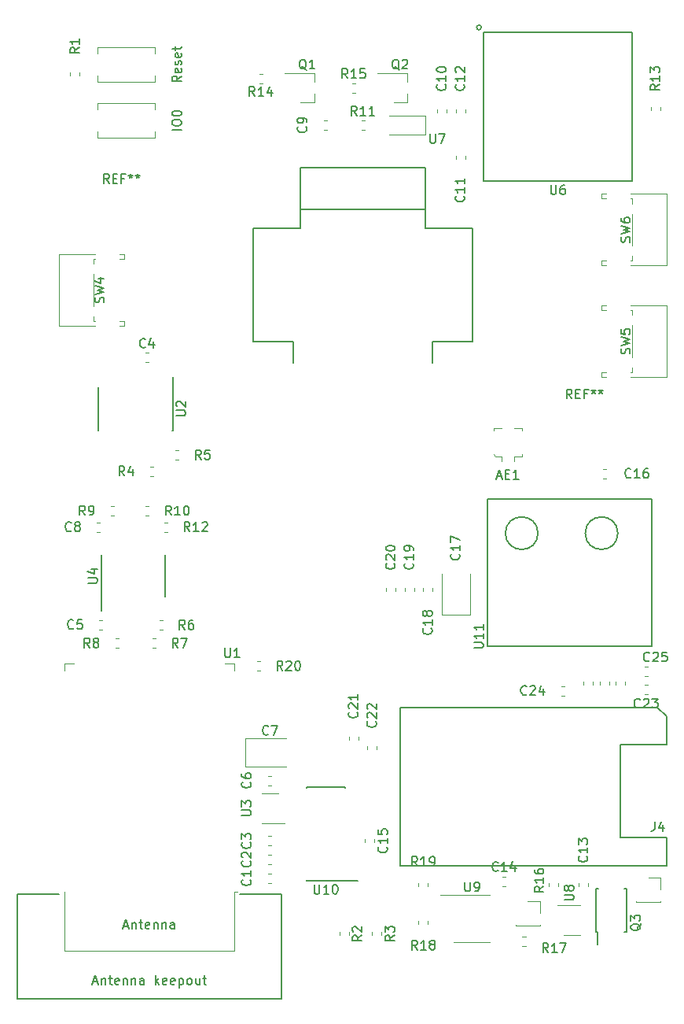
<source format=gbr>
G04 #@! TF.GenerationSoftware,KiCad,Pcbnew,(5.1.0-0)*
G04 #@! TF.CreationDate,2019-05-15T23:46:39-04:00*
G04 #@! TF.ProjectId,phone-hw,70686f6e-652d-4687-972e-6b696361645f,rev?*
G04 #@! TF.SameCoordinates,Original*
G04 #@! TF.FileFunction,Legend,Top*
G04 #@! TF.FilePolarity,Positive*
%FSLAX46Y46*%
G04 Gerber Fmt 4.6, Leading zero omitted, Abs format (unit mm)*
G04 Created by KiCad (PCBNEW (5.1.0-0)) date 2019-05-15 23:46:39*
%MOMM*%
%LPD*%
G04 APERTURE LIST*
%ADD10C,0.150000*%
%ADD11C,0.120000*%
G04 APERTURE END LIST*
D10*
X33452380Y-31500000D02*
X32452380Y-31500000D01*
X32452380Y-30833333D02*
X32452380Y-30642857D01*
X32500000Y-30547619D01*
X32595238Y-30452380D01*
X32785714Y-30404761D01*
X33119047Y-30404761D01*
X33309523Y-30452380D01*
X33404761Y-30547619D01*
X33452380Y-30642857D01*
X33452380Y-30833333D01*
X33404761Y-30928571D01*
X33309523Y-31023809D01*
X33119047Y-31071428D01*
X32785714Y-31071428D01*
X32595238Y-31023809D01*
X32500000Y-30928571D01*
X32452380Y-30833333D01*
X32452380Y-29785714D02*
X32452380Y-29690476D01*
X32500000Y-29595238D01*
X32547619Y-29547619D01*
X32642857Y-29500000D01*
X32833333Y-29452380D01*
X33071428Y-29452380D01*
X33261904Y-29500000D01*
X33357142Y-29547619D01*
X33404761Y-29595238D01*
X33452380Y-29690476D01*
X33452380Y-29785714D01*
X33404761Y-29880952D01*
X33357142Y-29928571D01*
X33261904Y-29976190D01*
X33071428Y-30023809D01*
X32833333Y-30023809D01*
X32642857Y-29976190D01*
X32547619Y-29928571D01*
X32500000Y-29880952D01*
X32452380Y-29785714D01*
X33452380Y-25738095D02*
X32976190Y-26071428D01*
X33452380Y-26309523D02*
X32452380Y-26309523D01*
X32452380Y-25928571D01*
X32500000Y-25833333D01*
X32547619Y-25785714D01*
X32642857Y-25738095D01*
X32785714Y-25738095D01*
X32880952Y-25785714D01*
X32928571Y-25833333D01*
X32976190Y-25928571D01*
X32976190Y-26309523D01*
X33404761Y-24928571D02*
X33452380Y-25023809D01*
X33452380Y-25214285D01*
X33404761Y-25309523D01*
X33309523Y-25357142D01*
X32928571Y-25357142D01*
X32833333Y-25309523D01*
X32785714Y-25214285D01*
X32785714Y-25023809D01*
X32833333Y-24928571D01*
X32928571Y-24880952D01*
X33023809Y-24880952D01*
X33119047Y-25357142D01*
X33404761Y-24500000D02*
X33452380Y-24404761D01*
X33452380Y-24214285D01*
X33404761Y-24119047D01*
X33309523Y-24071428D01*
X33261904Y-24071428D01*
X33166666Y-24119047D01*
X33119047Y-24214285D01*
X33119047Y-24357142D01*
X33071428Y-24452380D01*
X32976190Y-24500000D01*
X32928571Y-24500000D01*
X32833333Y-24452380D01*
X32785714Y-24357142D01*
X32785714Y-24214285D01*
X32833333Y-24119047D01*
X33404761Y-23261904D02*
X33452380Y-23357142D01*
X33452380Y-23547619D01*
X33404761Y-23642857D01*
X33309523Y-23690476D01*
X32928571Y-23690476D01*
X32833333Y-23642857D01*
X32785714Y-23547619D01*
X32785714Y-23357142D01*
X32833333Y-23261904D01*
X32928571Y-23214285D01*
X33023809Y-23214285D01*
X33119047Y-23690476D01*
X32785714Y-22928571D02*
X32785714Y-22547619D01*
X32452380Y-22785714D02*
X33309523Y-22785714D01*
X33404761Y-22738095D01*
X33452380Y-22642857D01*
X33452380Y-22547619D01*
D11*
X69300000Y-66620000D02*
X69300000Y-67120000D01*
X67900000Y-66620000D02*
X67900000Y-67120000D01*
X67900000Y-66620000D02*
X67300000Y-66620000D01*
X67300000Y-66620000D02*
X67100000Y-66420000D01*
X70100000Y-66420000D02*
X70100000Y-66620000D01*
X70100000Y-66620000D02*
X69300000Y-66620000D01*
X69300000Y-63620000D02*
X70100000Y-63620000D01*
X70100000Y-63620000D02*
X70100000Y-63820000D01*
X67100000Y-63820000D02*
X67100000Y-63620000D01*
X67100000Y-63620000D02*
X67900000Y-63620000D01*
X42828733Y-112510000D02*
X43171267Y-112510000D01*
X42828733Y-111490000D02*
X43171267Y-111490000D01*
X42828733Y-110510000D02*
X43171267Y-110510000D01*
X42828733Y-109490000D02*
X43171267Y-109490000D01*
X43171267Y-108510000D02*
X42828733Y-108510000D01*
X43171267Y-107490000D02*
X42828733Y-107490000D01*
X29921267Y-55490000D02*
X29578733Y-55490000D01*
X29921267Y-56510000D02*
X29578733Y-56510000D01*
X24921267Y-85260000D02*
X24578733Y-85260000D01*
X24921267Y-84240000D02*
X24578733Y-84240000D01*
X42828733Y-100990000D02*
X43171267Y-100990000D01*
X42828733Y-102010000D02*
X43171267Y-102010000D01*
X44750000Y-96990000D02*
X40365000Y-96990000D01*
X40365000Y-96990000D02*
X40365000Y-100010000D01*
X40365000Y-100010000D02*
X44750000Y-100010000D01*
X24671267Y-73740000D02*
X24328733Y-73740000D01*
X24671267Y-74760000D02*
X24328733Y-74760000D01*
X49171267Y-31510000D02*
X48828733Y-31510000D01*
X49171267Y-30490000D02*
X48828733Y-30490000D01*
X62010000Y-29671267D02*
X62010000Y-29328733D01*
X60990000Y-29671267D02*
X60990000Y-29328733D01*
X64010000Y-34328733D02*
X64010000Y-34671267D01*
X62990000Y-34328733D02*
X62990000Y-34671267D01*
X64010000Y-29671267D02*
X64010000Y-29328733D01*
X62990000Y-29671267D02*
X62990000Y-29328733D01*
X76240000Y-112921267D02*
X76240000Y-112578733D01*
X77260000Y-112921267D02*
X77260000Y-112578733D01*
X68028733Y-111890000D02*
X68371267Y-111890000D01*
X68028733Y-112910000D02*
X68371267Y-112910000D01*
X53240000Y-107828733D02*
X53240000Y-108171267D01*
X54260000Y-107828733D02*
X54260000Y-108171267D01*
X79171267Y-67990000D02*
X78828733Y-67990000D01*
X79171267Y-69010000D02*
X78828733Y-69010000D01*
X64510000Y-83635000D02*
X64510000Y-79250000D01*
X61490000Y-83635000D02*
X64510000Y-83635000D01*
X61490000Y-79250000D02*
X61490000Y-83635000D01*
X59490000Y-81171267D02*
X59490000Y-80828733D01*
X60510000Y-81171267D02*
X60510000Y-80828733D01*
X58510000Y-81171267D02*
X58510000Y-80828733D01*
X57490000Y-81171267D02*
X57490000Y-80828733D01*
X55490000Y-81171267D02*
X55490000Y-80828733D01*
X56510000Y-81171267D02*
X56510000Y-80828733D01*
X52510000Y-96828733D02*
X52510000Y-97171267D01*
X51490000Y-96828733D02*
X51490000Y-97171267D01*
X53490000Y-97828733D02*
X53490000Y-98171267D01*
X54510000Y-97828733D02*
X54510000Y-98171267D01*
X83328733Y-92260000D02*
X83671267Y-92260000D01*
X83328733Y-91240000D02*
X83671267Y-91240000D01*
X74348733Y-91360000D02*
X74691267Y-91360000D01*
X74348733Y-92380000D02*
X74691267Y-92380000D01*
X83671267Y-90260000D02*
X83328733Y-90260000D01*
X83671267Y-89240000D02*
X83328733Y-89240000D01*
D10*
X57000000Y-110660000D02*
X85690000Y-110660000D01*
X85690000Y-107660000D02*
X85690000Y-110660000D01*
X80690000Y-107660000D02*
X85690000Y-107660000D01*
X80690000Y-107660000D02*
X80690000Y-97620000D01*
X57000000Y-93620000D02*
X84690000Y-93620000D01*
X85690000Y-94620000D02*
X85690000Y-97620000D01*
X85690000Y-97620000D02*
X80690000Y-97620000D01*
X85690000Y-94620000D02*
X84690000Y-93620000D01*
X57000000Y-93620000D02*
X57000000Y-110660000D01*
D11*
X47760000Y-28580000D02*
X46300000Y-28580000D01*
X47760000Y-25420000D02*
X44600000Y-25420000D01*
X47760000Y-25420000D02*
X47760000Y-26350000D01*
X47760000Y-28580000D02*
X47760000Y-27650000D01*
X57760000Y-28580000D02*
X57760000Y-27650000D01*
X57760000Y-25420000D02*
X57760000Y-26350000D01*
X57760000Y-25420000D02*
X54600000Y-25420000D01*
X57760000Y-28580000D02*
X56300000Y-28580000D01*
D10*
X78125000Y-117825000D02*
X78225000Y-117825000D01*
X78125000Y-113175000D02*
X78325000Y-113175000D01*
X81375000Y-113175000D02*
X81175000Y-113175000D01*
X81375000Y-117825000D02*
X81175000Y-117825000D01*
X78125000Y-117825000D02*
X78125000Y-113175000D01*
X81375000Y-117825000D02*
X81375000Y-113175000D01*
X78225000Y-117825000D02*
X78225000Y-119175000D01*
D11*
X21490000Y-25671267D02*
X21490000Y-25328733D01*
X22510000Y-25671267D02*
X22510000Y-25328733D01*
X50490000Y-117828733D02*
X50490000Y-118171267D01*
X51510000Y-117828733D02*
X51510000Y-118171267D01*
X55010000Y-117828733D02*
X55010000Y-118171267D01*
X53990000Y-117828733D02*
X53990000Y-118171267D01*
X30078733Y-68760000D02*
X30421267Y-68760000D01*
X30078733Y-67740000D02*
X30421267Y-67740000D01*
X33171267Y-67010000D02*
X32828733Y-67010000D01*
X33171267Y-65990000D02*
X32828733Y-65990000D01*
X31421267Y-85260000D02*
X31078733Y-85260000D01*
X31421267Y-84240000D02*
X31078733Y-84240000D01*
X30671267Y-86240000D02*
X30328733Y-86240000D01*
X30671267Y-87260000D02*
X30328733Y-87260000D01*
X26328733Y-87260000D02*
X26671267Y-87260000D01*
X26328733Y-86240000D02*
X26671267Y-86240000D01*
X25828733Y-71990000D02*
X26171267Y-71990000D01*
X25828733Y-73010000D02*
X26171267Y-73010000D01*
X29578733Y-73010000D02*
X29921267Y-73010000D01*
X29578733Y-71990000D02*
X29921267Y-71990000D01*
X53171267Y-31510000D02*
X52828733Y-31510000D01*
X53171267Y-30490000D02*
X52828733Y-30490000D01*
X31578733Y-73740000D02*
X31921267Y-73740000D01*
X31578733Y-74760000D02*
X31921267Y-74760000D01*
X85010000Y-29078733D02*
X85010000Y-29421267D01*
X83990000Y-29078733D02*
X83990000Y-29421267D01*
X42171267Y-25490000D02*
X41828733Y-25490000D01*
X42171267Y-26510000D02*
X41828733Y-26510000D01*
X52171267Y-26490000D02*
X51828733Y-26490000D01*
X52171267Y-27510000D02*
X51828733Y-27510000D01*
X74010000Y-112578733D02*
X74010000Y-112921267D01*
X72990000Y-112578733D02*
X72990000Y-112921267D01*
X70521267Y-118290000D02*
X70178733Y-118290000D01*
X70521267Y-119310000D02*
X70178733Y-119310000D01*
X58990000Y-116578733D02*
X58990000Y-116921267D01*
X60010000Y-116578733D02*
X60010000Y-116921267D01*
X58990000Y-112921267D02*
X58990000Y-112578733D01*
X60010000Y-112921267D02*
X60010000Y-112578733D01*
X79510000Y-91171267D02*
X79510000Y-90828733D01*
X78490000Y-91171267D02*
X78490000Y-90828733D01*
X80240000Y-91171267D02*
X80240000Y-90828733D01*
X81260000Y-91171267D02*
X81260000Y-90828733D01*
X77760000Y-91171267D02*
X77760000Y-90828733D01*
X76740000Y-91171267D02*
X76740000Y-90828733D01*
X24400000Y-26350000D02*
X30600000Y-26350000D01*
X30600000Y-22650000D02*
X24400000Y-22650000D01*
X24400000Y-22650000D02*
X24400000Y-23300000D01*
X24400000Y-25700000D02*
X24400000Y-26350000D01*
X30600000Y-26350000D02*
X30600000Y-25700000D01*
X30600000Y-22650000D02*
X30600000Y-23300000D01*
X30600000Y-28650000D02*
X30600000Y-29300000D01*
X30600000Y-32350000D02*
X30600000Y-31700000D01*
X24400000Y-31700000D02*
X24400000Y-32350000D01*
X24400000Y-28650000D02*
X24400000Y-29300000D01*
X30600000Y-28650000D02*
X24400000Y-28650000D01*
X24400000Y-32350000D02*
X30600000Y-32350000D01*
X39120000Y-89700000D02*
X39120000Y-88920000D01*
X39120000Y-88920000D02*
X38120000Y-88920000D01*
X20880000Y-89700000D02*
X20880000Y-88920000D01*
X20880000Y-88920000D02*
X21880000Y-88920000D01*
X39120000Y-119865000D02*
X20880000Y-119865000D01*
X20880000Y-119865000D02*
X20880000Y-113445000D01*
X39120000Y-119865000D02*
X39120000Y-113445000D01*
X39120000Y-113445000D02*
X39500000Y-113445000D01*
D10*
X39750000Y-113750000D02*
X44250000Y-113750000D01*
X44250000Y-113750000D02*
X44250000Y-125000000D01*
X44250000Y-125000000D02*
X15750000Y-125000000D01*
X15750000Y-125000000D02*
X15750000Y-113750000D01*
X15750000Y-113750000D02*
X20250000Y-113750000D01*
X32525000Y-63825000D02*
X32500000Y-63825000D01*
X24475000Y-63825000D02*
X24500000Y-63825000D01*
X24475000Y-59175000D02*
X24500000Y-59175000D01*
X32575000Y-58100000D02*
X32575000Y-63825000D01*
X24475000Y-59175000D02*
X24475000Y-63825000D01*
D11*
X43900000Y-102890000D02*
X42100000Y-102890000D01*
X42100000Y-106110000D02*
X44550000Y-106110000D01*
D10*
X31700000Y-81725000D02*
X31700000Y-77275000D01*
X24800000Y-83250000D02*
X24800000Y-77275000D01*
X60500000Y-56600000D02*
X60500000Y-54300000D01*
X45500000Y-56600000D02*
X45500000Y-54300000D01*
X64790000Y-42100000D02*
X59750000Y-42100000D01*
X64790000Y-54300000D02*
X60500000Y-54300000D01*
X64790000Y-54300000D02*
X64790000Y-42100000D01*
X41210000Y-54300000D02*
X41210000Y-42100000D01*
X45500000Y-54300000D02*
X41210000Y-54300000D01*
X59750000Y-42100000D02*
X59750000Y-35600000D01*
X46250000Y-42100000D02*
X46250000Y-35600000D01*
X46250000Y-42100000D02*
X41210000Y-42100000D01*
X59750000Y-40100000D02*
X46250000Y-40100000D01*
X59750000Y-35600000D02*
X46250000Y-35600000D01*
X82000000Y-21000000D02*
X66000000Y-21000000D01*
X82000000Y-37000000D02*
X66000000Y-37000000D01*
X82000000Y-37000000D02*
X82000000Y-21000000D01*
X66000000Y-37000000D02*
X66000000Y-21000000D01*
X65750000Y-20500000D02*
G75*
G03X65750000Y-20500000I-250000J0D01*
G01*
D11*
X59750000Y-32000000D02*
X59750000Y-30000000D01*
X59750000Y-30000000D02*
X55850000Y-30000000D01*
X59750000Y-32000000D02*
X55850000Y-32000000D01*
X74600000Y-118110000D02*
X76400000Y-118110000D01*
X76400000Y-114890000D02*
X73950000Y-114890000D01*
X64750000Y-118925000D02*
X66700000Y-118925000D01*
X64750000Y-118925000D02*
X62800000Y-118925000D01*
X64750000Y-113805000D02*
X66700000Y-113805000D01*
X64750000Y-113805000D02*
X61300000Y-113805000D01*
D10*
X51075000Y-112325000D02*
X51075000Y-112300000D01*
X46925000Y-112325000D02*
X46925000Y-112220000D01*
X46925000Y-102175000D02*
X46925000Y-102280000D01*
X51075000Y-102175000D02*
X51075000Y-102280000D01*
X51075000Y-112325000D02*
X46925000Y-112325000D01*
X51075000Y-102175000D02*
X46925000Y-102175000D01*
X51075000Y-112300000D02*
X52450000Y-112300000D01*
X66400000Y-87050000D02*
X66400000Y-71250000D01*
X84100000Y-87050000D02*
X66400000Y-87050000D01*
X84100000Y-87050000D02*
X84100000Y-71250000D01*
X84100000Y-71250000D02*
X66400000Y-71250000D01*
X80450000Y-74900000D02*
G75*
G03X80450000Y-74900000I-1750000J0D01*
G01*
X71850000Y-74900000D02*
G75*
G03X71850000Y-74900000I-1750000J0D01*
G01*
D11*
X23970000Y-52090000D02*
X24200000Y-52090000D01*
X20300000Y-52610000D02*
X20300000Y-44890000D01*
X20300000Y-44890000D02*
X24200000Y-44890000D01*
X27310000Y-52610000D02*
X27310000Y-52090000D01*
X20300000Y-52610000D02*
X24200000Y-52610000D01*
X23970000Y-45410000D02*
X24200000Y-45410000D01*
X26800000Y-52090000D02*
X27310000Y-52090000D01*
X26800000Y-52610000D02*
X27310000Y-52610000D01*
X23970000Y-45950000D02*
X23970000Y-45410000D01*
X26800000Y-45410000D02*
X27310000Y-45410000D01*
X27310000Y-45410000D02*
X27310000Y-44890000D01*
X26800000Y-44890000D02*
X27310000Y-44890000D01*
X23970000Y-52090000D02*
X23970000Y-51550000D01*
X23970000Y-50450000D02*
X23970000Y-47050000D01*
X82030000Y-50910000D02*
X81800000Y-50910000D01*
X85700000Y-50390000D02*
X85700000Y-58110000D01*
X85700000Y-58110000D02*
X81800000Y-58110000D01*
X78690000Y-50390000D02*
X78690000Y-50910000D01*
X85700000Y-50390000D02*
X81800000Y-50390000D01*
X82030000Y-57590000D02*
X81800000Y-57590000D01*
X79200000Y-50910000D02*
X78690000Y-50910000D01*
X79200000Y-50390000D02*
X78690000Y-50390000D01*
X82030000Y-57050000D02*
X82030000Y-57590000D01*
X79200000Y-57590000D02*
X78690000Y-57590000D01*
X78690000Y-57590000D02*
X78690000Y-58110000D01*
X79200000Y-58110000D02*
X78690000Y-58110000D01*
X82030000Y-50910000D02*
X82030000Y-51450000D01*
X82030000Y-52550000D02*
X82030000Y-55950000D01*
X82030000Y-40550000D02*
X82030000Y-43950000D01*
X82030000Y-38910000D02*
X82030000Y-39450000D01*
X79200000Y-46110000D02*
X78690000Y-46110000D01*
X78690000Y-45590000D02*
X78690000Y-46110000D01*
X79200000Y-45590000D02*
X78690000Y-45590000D01*
X82030000Y-45050000D02*
X82030000Y-45590000D01*
X79200000Y-38390000D02*
X78690000Y-38390000D01*
X79200000Y-38910000D02*
X78690000Y-38910000D01*
X82030000Y-45590000D02*
X81800000Y-45590000D01*
X85700000Y-38390000D02*
X81800000Y-38390000D01*
X78690000Y-38390000D02*
X78690000Y-38910000D01*
X85700000Y-46110000D02*
X81800000Y-46110000D01*
X85700000Y-38390000D02*
X85700000Y-46110000D01*
X82030000Y-38910000D02*
X81800000Y-38910000D01*
X70750000Y-114470000D02*
X72080000Y-114470000D01*
X72080000Y-114470000D02*
X72080000Y-115800000D01*
X72080000Y-117010000D02*
X72080000Y-117130000D01*
X69420000Y-117010000D02*
X69420000Y-117130000D01*
X69420000Y-117130000D02*
X72080000Y-117130000D01*
X82420000Y-114580000D02*
X85080000Y-114580000D01*
X82420000Y-114460000D02*
X82420000Y-114580000D01*
X85080000Y-114460000D02*
X85080000Y-114580000D01*
X85080000Y-111920000D02*
X85080000Y-113250000D01*
X83750000Y-111920000D02*
X85080000Y-111920000D01*
X41971267Y-89710000D02*
X41628733Y-89710000D01*
X41971267Y-88690000D02*
X41628733Y-88690000D01*
D10*
X25666666Y-37252380D02*
X25333333Y-36776190D01*
X25095238Y-37252380D02*
X25095238Y-36252380D01*
X25476190Y-36252380D01*
X25571428Y-36300000D01*
X25619047Y-36347619D01*
X25666666Y-36442857D01*
X25666666Y-36585714D01*
X25619047Y-36680952D01*
X25571428Y-36728571D01*
X25476190Y-36776190D01*
X25095238Y-36776190D01*
X26095238Y-36728571D02*
X26428571Y-36728571D01*
X26571428Y-37252380D02*
X26095238Y-37252380D01*
X26095238Y-36252380D01*
X26571428Y-36252380D01*
X27333333Y-36728571D02*
X27000000Y-36728571D01*
X27000000Y-37252380D02*
X27000000Y-36252380D01*
X27476190Y-36252380D01*
X28000000Y-36252380D02*
X28000000Y-36490476D01*
X27761904Y-36395238D02*
X28000000Y-36490476D01*
X28238095Y-36395238D01*
X27857142Y-36680952D02*
X28000000Y-36490476D01*
X28142857Y-36680952D01*
X28761904Y-36252380D02*
X28761904Y-36490476D01*
X28523809Y-36395238D02*
X28761904Y-36490476D01*
X29000000Y-36395238D01*
X28619047Y-36680952D02*
X28761904Y-36490476D01*
X28904761Y-36680952D01*
X75499940Y-60419106D02*
X75166607Y-59942916D01*
X74928512Y-60419106D02*
X74928512Y-59419106D01*
X75309464Y-59419106D01*
X75404702Y-59466726D01*
X75452321Y-59514345D01*
X75499940Y-59609583D01*
X75499940Y-59752440D01*
X75452321Y-59847678D01*
X75404702Y-59895297D01*
X75309464Y-59942916D01*
X74928512Y-59942916D01*
X75928512Y-59895297D02*
X76261845Y-59895297D01*
X76404702Y-60419106D02*
X75928512Y-60419106D01*
X75928512Y-59419106D01*
X76404702Y-59419106D01*
X77166607Y-59895297D02*
X76833274Y-59895297D01*
X76833274Y-60419106D02*
X76833274Y-59419106D01*
X77309464Y-59419106D01*
X77833274Y-59419106D02*
X77833274Y-59657202D01*
X77595178Y-59561964D02*
X77833274Y-59657202D01*
X78071369Y-59561964D01*
X77690416Y-59847678D02*
X77833274Y-59657202D01*
X77976131Y-59847678D01*
X78595178Y-59419106D02*
X78595178Y-59657202D01*
X78357083Y-59561964D02*
X78595178Y-59657202D01*
X78833274Y-59561964D01*
X78452321Y-59847678D02*
X78595178Y-59657202D01*
X78738035Y-59847678D01*
X67433333Y-68786666D02*
X67909523Y-68786666D01*
X67338095Y-69072380D02*
X67671428Y-68072380D01*
X68004761Y-69072380D01*
X68338095Y-68548571D02*
X68671428Y-68548571D01*
X68814285Y-69072380D02*
X68338095Y-69072380D01*
X68338095Y-68072380D01*
X68814285Y-68072380D01*
X69766666Y-69072380D02*
X69195238Y-69072380D01*
X69480952Y-69072380D02*
X69480952Y-68072380D01*
X69385714Y-68215238D01*
X69290476Y-68310476D01*
X69195238Y-68358095D01*
X40857142Y-112166666D02*
X40904761Y-112214285D01*
X40952380Y-112357142D01*
X40952380Y-112452380D01*
X40904761Y-112595238D01*
X40809523Y-112690476D01*
X40714285Y-112738095D01*
X40523809Y-112785714D01*
X40380952Y-112785714D01*
X40190476Y-112738095D01*
X40095238Y-112690476D01*
X40000000Y-112595238D01*
X39952380Y-112452380D01*
X39952380Y-112357142D01*
X40000000Y-112214285D01*
X40047619Y-112166666D01*
X40952380Y-111214285D02*
X40952380Y-111785714D01*
X40952380Y-111500000D02*
X39952380Y-111500000D01*
X40095238Y-111595238D01*
X40190476Y-111690476D01*
X40238095Y-111785714D01*
X40857142Y-110166666D02*
X40904761Y-110214285D01*
X40952380Y-110357142D01*
X40952380Y-110452380D01*
X40904761Y-110595238D01*
X40809523Y-110690476D01*
X40714285Y-110738095D01*
X40523809Y-110785714D01*
X40380952Y-110785714D01*
X40190476Y-110738095D01*
X40095238Y-110690476D01*
X40000000Y-110595238D01*
X39952380Y-110452380D01*
X39952380Y-110357142D01*
X40000000Y-110214285D01*
X40047619Y-110166666D01*
X40047619Y-109785714D02*
X40000000Y-109738095D01*
X39952380Y-109642857D01*
X39952380Y-109404761D01*
X40000000Y-109309523D01*
X40047619Y-109261904D01*
X40142857Y-109214285D01*
X40238095Y-109214285D01*
X40380952Y-109261904D01*
X40952380Y-109833333D01*
X40952380Y-109214285D01*
X40857142Y-108166666D02*
X40904761Y-108214285D01*
X40952380Y-108357142D01*
X40952380Y-108452380D01*
X40904761Y-108595238D01*
X40809523Y-108690476D01*
X40714285Y-108738095D01*
X40523809Y-108785714D01*
X40380952Y-108785714D01*
X40190476Y-108738095D01*
X40095238Y-108690476D01*
X40000000Y-108595238D01*
X39952380Y-108452380D01*
X39952380Y-108357142D01*
X40000000Y-108214285D01*
X40047619Y-108166666D01*
X39952380Y-107833333D02*
X39952380Y-107214285D01*
X40333333Y-107547619D01*
X40333333Y-107404761D01*
X40380952Y-107309523D01*
X40428571Y-107261904D01*
X40523809Y-107214285D01*
X40761904Y-107214285D01*
X40857142Y-107261904D01*
X40904761Y-107309523D01*
X40952380Y-107404761D01*
X40952380Y-107690476D01*
X40904761Y-107785714D01*
X40857142Y-107833333D01*
X29583333Y-54857142D02*
X29535714Y-54904761D01*
X29392857Y-54952380D01*
X29297619Y-54952380D01*
X29154761Y-54904761D01*
X29059523Y-54809523D01*
X29011904Y-54714285D01*
X28964285Y-54523809D01*
X28964285Y-54380952D01*
X29011904Y-54190476D01*
X29059523Y-54095238D01*
X29154761Y-54000000D01*
X29297619Y-53952380D01*
X29392857Y-53952380D01*
X29535714Y-54000000D01*
X29583333Y-54047619D01*
X30440476Y-54285714D02*
X30440476Y-54952380D01*
X30202380Y-53904761D02*
X29964285Y-54619047D01*
X30583333Y-54619047D01*
X21833333Y-85107142D02*
X21785714Y-85154761D01*
X21642857Y-85202380D01*
X21547619Y-85202380D01*
X21404761Y-85154761D01*
X21309523Y-85059523D01*
X21261904Y-84964285D01*
X21214285Y-84773809D01*
X21214285Y-84630952D01*
X21261904Y-84440476D01*
X21309523Y-84345238D01*
X21404761Y-84250000D01*
X21547619Y-84202380D01*
X21642857Y-84202380D01*
X21785714Y-84250000D01*
X21833333Y-84297619D01*
X22738095Y-84202380D02*
X22261904Y-84202380D01*
X22214285Y-84678571D01*
X22261904Y-84630952D01*
X22357142Y-84583333D01*
X22595238Y-84583333D01*
X22690476Y-84630952D01*
X22738095Y-84678571D01*
X22785714Y-84773809D01*
X22785714Y-85011904D01*
X22738095Y-85107142D01*
X22690476Y-85154761D01*
X22595238Y-85202380D01*
X22357142Y-85202380D01*
X22261904Y-85154761D01*
X22214285Y-85107142D01*
X40857142Y-101666666D02*
X40904761Y-101714285D01*
X40952380Y-101857142D01*
X40952380Y-101952380D01*
X40904761Y-102095238D01*
X40809523Y-102190476D01*
X40714285Y-102238095D01*
X40523809Y-102285714D01*
X40380952Y-102285714D01*
X40190476Y-102238095D01*
X40095238Y-102190476D01*
X40000000Y-102095238D01*
X39952380Y-101952380D01*
X39952380Y-101857142D01*
X40000000Y-101714285D01*
X40047619Y-101666666D01*
X39952380Y-100809523D02*
X39952380Y-101000000D01*
X40000000Y-101095238D01*
X40047619Y-101142857D01*
X40190476Y-101238095D01*
X40380952Y-101285714D01*
X40761904Y-101285714D01*
X40857142Y-101238095D01*
X40904761Y-101190476D01*
X40952380Y-101095238D01*
X40952380Y-100904761D01*
X40904761Y-100809523D01*
X40857142Y-100761904D01*
X40761904Y-100714285D01*
X40523809Y-100714285D01*
X40428571Y-100761904D01*
X40380952Y-100809523D01*
X40333333Y-100904761D01*
X40333333Y-101095238D01*
X40380952Y-101190476D01*
X40428571Y-101238095D01*
X40523809Y-101285714D01*
X42833333Y-96507142D02*
X42785714Y-96554761D01*
X42642857Y-96602380D01*
X42547619Y-96602380D01*
X42404761Y-96554761D01*
X42309523Y-96459523D01*
X42261904Y-96364285D01*
X42214285Y-96173809D01*
X42214285Y-96030952D01*
X42261904Y-95840476D01*
X42309523Y-95745238D01*
X42404761Y-95650000D01*
X42547619Y-95602380D01*
X42642857Y-95602380D01*
X42785714Y-95650000D01*
X42833333Y-95697619D01*
X43166666Y-95602380D02*
X43833333Y-95602380D01*
X43404761Y-96602380D01*
X21583333Y-74607142D02*
X21535714Y-74654761D01*
X21392857Y-74702380D01*
X21297619Y-74702380D01*
X21154761Y-74654761D01*
X21059523Y-74559523D01*
X21011904Y-74464285D01*
X20964285Y-74273809D01*
X20964285Y-74130952D01*
X21011904Y-73940476D01*
X21059523Y-73845238D01*
X21154761Y-73750000D01*
X21297619Y-73702380D01*
X21392857Y-73702380D01*
X21535714Y-73750000D01*
X21583333Y-73797619D01*
X22154761Y-74130952D02*
X22059523Y-74083333D01*
X22011904Y-74035714D01*
X21964285Y-73940476D01*
X21964285Y-73892857D01*
X22011904Y-73797619D01*
X22059523Y-73750000D01*
X22154761Y-73702380D01*
X22345238Y-73702380D01*
X22440476Y-73750000D01*
X22488095Y-73797619D01*
X22535714Y-73892857D01*
X22535714Y-73940476D01*
X22488095Y-74035714D01*
X22440476Y-74083333D01*
X22345238Y-74130952D01*
X22154761Y-74130952D01*
X22059523Y-74178571D01*
X22011904Y-74226190D01*
X21964285Y-74321428D01*
X21964285Y-74511904D01*
X22011904Y-74607142D01*
X22059523Y-74654761D01*
X22154761Y-74702380D01*
X22345238Y-74702380D01*
X22440476Y-74654761D01*
X22488095Y-74607142D01*
X22535714Y-74511904D01*
X22535714Y-74321428D01*
X22488095Y-74226190D01*
X22440476Y-74178571D01*
X22345238Y-74130952D01*
X46857142Y-31166666D02*
X46904761Y-31214285D01*
X46952380Y-31357142D01*
X46952380Y-31452380D01*
X46904761Y-31595238D01*
X46809523Y-31690476D01*
X46714285Y-31738095D01*
X46523809Y-31785714D01*
X46380952Y-31785714D01*
X46190476Y-31738095D01*
X46095238Y-31690476D01*
X46000000Y-31595238D01*
X45952380Y-31452380D01*
X45952380Y-31357142D01*
X46000000Y-31214285D01*
X46047619Y-31166666D01*
X46952380Y-30690476D02*
X46952380Y-30500000D01*
X46904761Y-30404761D01*
X46857142Y-30357142D01*
X46714285Y-30261904D01*
X46523809Y-30214285D01*
X46142857Y-30214285D01*
X46047619Y-30261904D01*
X46000000Y-30309523D01*
X45952380Y-30404761D01*
X45952380Y-30595238D01*
X46000000Y-30690476D01*
X46047619Y-30738095D01*
X46142857Y-30785714D01*
X46380952Y-30785714D01*
X46476190Y-30738095D01*
X46523809Y-30690476D01*
X46571428Y-30595238D01*
X46571428Y-30404761D01*
X46523809Y-30309523D01*
X46476190Y-30261904D01*
X46380952Y-30214285D01*
X61857142Y-26642857D02*
X61904761Y-26690476D01*
X61952380Y-26833333D01*
X61952380Y-26928571D01*
X61904761Y-27071428D01*
X61809523Y-27166666D01*
X61714285Y-27214285D01*
X61523809Y-27261904D01*
X61380952Y-27261904D01*
X61190476Y-27214285D01*
X61095238Y-27166666D01*
X61000000Y-27071428D01*
X60952380Y-26928571D01*
X60952380Y-26833333D01*
X61000000Y-26690476D01*
X61047619Y-26642857D01*
X61952380Y-25690476D02*
X61952380Y-26261904D01*
X61952380Y-25976190D02*
X60952380Y-25976190D01*
X61095238Y-26071428D01*
X61190476Y-26166666D01*
X61238095Y-26261904D01*
X60952380Y-25071428D02*
X60952380Y-24976190D01*
X61000000Y-24880952D01*
X61047619Y-24833333D01*
X61142857Y-24785714D01*
X61333333Y-24738095D01*
X61571428Y-24738095D01*
X61761904Y-24785714D01*
X61857142Y-24833333D01*
X61904761Y-24880952D01*
X61952380Y-24976190D01*
X61952380Y-25071428D01*
X61904761Y-25166666D01*
X61857142Y-25214285D01*
X61761904Y-25261904D01*
X61571428Y-25309523D01*
X61333333Y-25309523D01*
X61142857Y-25261904D01*
X61047619Y-25214285D01*
X61000000Y-25166666D01*
X60952380Y-25071428D01*
X63857142Y-38642857D02*
X63904761Y-38690476D01*
X63952380Y-38833333D01*
X63952380Y-38928571D01*
X63904761Y-39071428D01*
X63809523Y-39166666D01*
X63714285Y-39214285D01*
X63523809Y-39261904D01*
X63380952Y-39261904D01*
X63190476Y-39214285D01*
X63095238Y-39166666D01*
X63000000Y-39071428D01*
X62952380Y-38928571D01*
X62952380Y-38833333D01*
X63000000Y-38690476D01*
X63047619Y-38642857D01*
X63952380Y-37690476D02*
X63952380Y-38261904D01*
X63952380Y-37976190D02*
X62952380Y-37976190D01*
X63095238Y-38071428D01*
X63190476Y-38166666D01*
X63238095Y-38261904D01*
X63952380Y-36738095D02*
X63952380Y-37309523D01*
X63952380Y-37023809D02*
X62952380Y-37023809D01*
X63095238Y-37119047D01*
X63190476Y-37214285D01*
X63238095Y-37309523D01*
X63857142Y-26642857D02*
X63904761Y-26690476D01*
X63952380Y-26833333D01*
X63952380Y-26928571D01*
X63904761Y-27071428D01*
X63809523Y-27166666D01*
X63714285Y-27214285D01*
X63523809Y-27261904D01*
X63380952Y-27261904D01*
X63190476Y-27214285D01*
X63095238Y-27166666D01*
X63000000Y-27071428D01*
X62952380Y-26928571D01*
X62952380Y-26833333D01*
X63000000Y-26690476D01*
X63047619Y-26642857D01*
X63952380Y-25690476D02*
X63952380Y-26261904D01*
X63952380Y-25976190D02*
X62952380Y-25976190D01*
X63095238Y-26071428D01*
X63190476Y-26166666D01*
X63238095Y-26261904D01*
X63047619Y-25309523D02*
X63000000Y-25261904D01*
X62952380Y-25166666D01*
X62952380Y-24928571D01*
X63000000Y-24833333D01*
X63047619Y-24785714D01*
X63142857Y-24738095D01*
X63238095Y-24738095D01*
X63380952Y-24785714D01*
X63952380Y-25357142D01*
X63952380Y-24738095D01*
X77107142Y-109642857D02*
X77154761Y-109690476D01*
X77202380Y-109833333D01*
X77202380Y-109928571D01*
X77154761Y-110071428D01*
X77059523Y-110166666D01*
X76964285Y-110214285D01*
X76773809Y-110261904D01*
X76630952Y-110261904D01*
X76440476Y-110214285D01*
X76345238Y-110166666D01*
X76250000Y-110071428D01*
X76202380Y-109928571D01*
X76202380Y-109833333D01*
X76250000Y-109690476D01*
X76297619Y-109642857D01*
X77202380Y-108690476D02*
X77202380Y-109261904D01*
X77202380Y-108976190D02*
X76202380Y-108976190D01*
X76345238Y-109071428D01*
X76440476Y-109166666D01*
X76488095Y-109261904D01*
X76202380Y-108357142D02*
X76202380Y-107738095D01*
X76583333Y-108071428D01*
X76583333Y-107928571D01*
X76630952Y-107833333D01*
X76678571Y-107785714D01*
X76773809Y-107738095D01*
X77011904Y-107738095D01*
X77107142Y-107785714D01*
X77154761Y-107833333D01*
X77202380Y-107928571D01*
X77202380Y-108214285D01*
X77154761Y-108309523D01*
X77107142Y-108357142D01*
X67557142Y-111157142D02*
X67509523Y-111204761D01*
X67366666Y-111252380D01*
X67271428Y-111252380D01*
X67128571Y-111204761D01*
X67033333Y-111109523D01*
X66985714Y-111014285D01*
X66938095Y-110823809D01*
X66938095Y-110680952D01*
X66985714Y-110490476D01*
X67033333Y-110395238D01*
X67128571Y-110300000D01*
X67271428Y-110252380D01*
X67366666Y-110252380D01*
X67509523Y-110300000D01*
X67557142Y-110347619D01*
X68509523Y-111252380D02*
X67938095Y-111252380D01*
X68223809Y-111252380D02*
X68223809Y-110252380D01*
X68128571Y-110395238D01*
X68033333Y-110490476D01*
X67938095Y-110538095D01*
X69366666Y-110585714D02*
X69366666Y-111252380D01*
X69128571Y-110204761D02*
X68890476Y-110919047D01*
X69509523Y-110919047D01*
X55537142Y-108642857D02*
X55584761Y-108690476D01*
X55632380Y-108833333D01*
X55632380Y-108928571D01*
X55584761Y-109071428D01*
X55489523Y-109166666D01*
X55394285Y-109214285D01*
X55203809Y-109261904D01*
X55060952Y-109261904D01*
X54870476Y-109214285D01*
X54775238Y-109166666D01*
X54680000Y-109071428D01*
X54632380Y-108928571D01*
X54632380Y-108833333D01*
X54680000Y-108690476D01*
X54727619Y-108642857D01*
X55632380Y-107690476D02*
X55632380Y-108261904D01*
X55632380Y-107976190D02*
X54632380Y-107976190D01*
X54775238Y-108071428D01*
X54870476Y-108166666D01*
X54918095Y-108261904D01*
X54632380Y-106785714D02*
X54632380Y-107261904D01*
X55108571Y-107309523D01*
X55060952Y-107261904D01*
X55013333Y-107166666D01*
X55013333Y-106928571D01*
X55060952Y-106833333D01*
X55108571Y-106785714D01*
X55203809Y-106738095D01*
X55441904Y-106738095D01*
X55537142Y-106785714D01*
X55584761Y-106833333D01*
X55632380Y-106928571D01*
X55632380Y-107166666D01*
X55584761Y-107261904D01*
X55537142Y-107309523D01*
X81857142Y-68857142D02*
X81809523Y-68904761D01*
X81666666Y-68952380D01*
X81571428Y-68952380D01*
X81428571Y-68904761D01*
X81333333Y-68809523D01*
X81285714Y-68714285D01*
X81238095Y-68523809D01*
X81238095Y-68380952D01*
X81285714Y-68190476D01*
X81333333Y-68095238D01*
X81428571Y-68000000D01*
X81571428Y-67952380D01*
X81666666Y-67952380D01*
X81809523Y-68000000D01*
X81857142Y-68047619D01*
X82809523Y-68952380D02*
X82238095Y-68952380D01*
X82523809Y-68952380D02*
X82523809Y-67952380D01*
X82428571Y-68095238D01*
X82333333Y-68190476D01*
X82238095Y-68238095D01*
X83666666Y-67952380D02*
X83476190Y-67952380D01*
X83380952Y-68000000D01*
X83333333Y-68047619D01*
X83238095Y-68190476D01*
X83190476Y-68380952D01*
X83190476Y-68761904D01*
X83238095Y-68857142D01*
X83285714Y-68904761D01*
X83380952Y-68952380D01*
X83571428Y-68952380D01*
X83666666Y-68904761D01*
X83714285Y-68857142D01*
X83761904Y-68761904D01*
X83761904Y-68523809D01*
X83714285Y-68428571D01*
X83666666Y-68380952D01*
X83571428Y-68333333D01*
X83380952Y-68333333D01*
X83285714Y-68380952D01*
X83238095Y-68428571D01*
X83190476Y-68523809D01*
X63357142Y-77142857D02*
X63404761Y-77190476D01*
X63452380Y-77333333D01*
X63452380Y-77428571D01*
X63404761Y-77571428D01*
X63309523Y-77666666D01*
X63214285Y-77714285D01*
X63023809Y-77761904D01*
X62880952Y-77761904D01*
X62690476Y-77714285D01*
X62595238Y-77666666D01*
X62500000Y-77571428D01*
X62452380Y-77428571D01*
X62452380Y-77333333D01*
X62500000Y-77190476D01*
X62547619Y-77142857D01*
X63452380Y-76190476D02*
X63452380Y-76761904D01*
X63452380Y-76476190D02*
X62452380Y-76476190D01*
X62595238Y-76571428D01*
X62690476Y-76666666D01*
X62738095Y-76761904D01*
X62452380Y-75857142D02*
X62452380Y-75190476D01*
X63452380Y-75619047D01*
X60357142Y-85142857D02*
X60404761Y-85190476D01*
X60452380Y-85333333D01*
X60452380Y-85428571D01*
X60404761Y-85571428D01*
X60309523Y-85666666D01*
X60214285Y-85714285D01*
X60023809Y-85761904D01*
X59880952Y-85761904D01*
X59690476Y-85714285D01*
X59595238Y-85666666D01*
X59500000Y-85571428D01*
X59452380Y-85428571D01*
X59452380Y-85333333D01*
X59500000Y-85190476D01*
X59547619Y-85142857D01*
X60452380Y-84190476D02*
X60452380Y-84761904D01*
X60452380Y-84476190D02*
X59452380Y-84476190D01*
X59595238Y-84571428D01*
X59690476Y-84666666D01*
X59738095Y-84761904D01*
X59880952Y-83619047D02*
X59833333Y-83714285D01*
X59785714Y-83761904D01*
X59690476Y-83809523D01*
X59642857Y-83809523D01*
X59547619Y-83761904D01*
X59500000Y-83714285D01*
X59452380Y-83619047D01*
X59452380Y-83428571D01*
X59500000Y-83333333D01*
X59547619Y-83285714D01*
X59642857Y-83238095D01*
X59690476Y-83238095D01*
X59785714Y-83285714D01*
X59833333Y-83333333D01*
X59880952Y-83428571D01*
X59880952Y-83619047D01*
X59928571Y-83714285D01*
X59976190Y-83761904D01*
X60071428Y-83809523D01*
X60261904Y-83809523D01*
X60357142Y-83761904D01*
X60404761Y-83714285D01*
X60452380Y-83619047D01*
X60452380Y-83428571D01*
X60404761Y-83333333D01*
X60357142Y-83285714D01*
X60261904Y-83238095D01*
X60071428Y-83238095D01*
X59976190Y-83285714D01*
X59928571Y-83333333D01*
X59880952Y-83428571D01*
X58357142Y-78142857D02*
X58404761Y-78190476D01*
X58452380Y-78333333D01*
X58452380Y-78428571D01*
X58404761Y-78571428D01*
X58309523Y-78666666D01*
X58214285Y-78714285D01*
X58023809Y-78761904D01*
X57880952Y-78761904D01*
X57690476Y-78714285D01*
X57595238Y-78666666D01*
X57500000Y-78571428D01*
X57452380Y-78428571D01*
X57452380Y-78333333D01*
X57500000Y-78190476D01*
X57547619Y-78142857D01*
X58452380Y-77190476D02*
X58452380Y-77761904D01*
X58452380Y-77476190D02*
X57452380Y-77476190D01*
X57595238Y-77571428D01*
X57690476Y-77666666D01*
X57738095Y-77761904D01*
X58452380Y-76714285D02*
X58452380Y-76523809D01*
X58404761Y-76428571D01*
X58357142Y-76380952D01*
X58214285Y-76285714D01*
X58023809Y-76238095D01*
X57642857Y-76238095D01*
X57547619Y-76285714D01*
X57500000Y-76333333D01*
X57452380Y-76428571D01*
X57452380Y-76619047D01*
X57500000Y-76714285D01*
X57547619Y-76761904D01*
X57642857Y-76809523D01*
X57880952Y-76809523D01*
X57976190Y-76761904D01*
X58023809Y-76714285D01*
X58071428Y-76619047D01*
X58071428Y-76428571D01*
X58023809Y-76333333D01*
X57976190Y-76285714D01*
X57880952Y-76238095D01*
X56357142Y-78142857D02*
X56404761Y-78190476D01*
X56452380Y-78333333D01*
X56452380Y-78428571D01*
X56404761Y-78571428D01*
X56309523Y-78666666D01*
X56214285Y-78714285D01*
X56023809Y-78761904D01*
X55880952Y-78761904D01*
X55690476Y-78714285D01*
X55595238Y-78666666D01*
X55500000Y-78571428D01*
X55452380Y-78428571D01*
X55452380Y-78333333D01*
X55500000Y-78190476D01*
X55547619Y-78142857D01*
X55547619Y-77761904D02*
X55500000Y-77714285D01*
X55452380Y-77619047D01*
X55452380Y-77380952D01*
X55500000Y-77285714D01*
X55547619Y-77238095D01*
X55642857Y-77190476D01*
X55738095Y-77190476D01*
X55880952Y-77238095D01*
X56452380Y-77809523D01*
X56452380Y-77190476D01*
X55452380Y-76571428D02*
X55452380Y-76476190D01*
X55500000Y-76380952D01*
X55547619Y-76333333D01*
X55642857Y-76285714D01*
X55833333Y-76238095D01*
X56071428Y-76238095D01*
X56261904Y-76285714D01*
X56357142Y-76333333D01*
X56404761Y-76380952D01*
X56452380Y-76476190D01*
X56452380Y-76571428D01*
X56404761Y-76666666D01*
X56357142Y-76714285D01*
X56261904Y-76761904D01*
X56071428Y-76809523D01*
X55833333Y-76809523D01*
X55642857Y-76761904D01*
X55547619Y-76714285D01*
X55500000Y-76666666D01*
X55452380Y-76571428D01*
X52357142Y-94142857D02*
X52404761Y-94190476D01*
X52452380Y-94333333D01*
X52452380Y-94428571D01*
X52404761Y-94571428D01*
X52309523Y-94666666D01*
X52214285Y-94714285D01*
X52023809Y-94761904D01*
X51880952Y-94761904D01*
X51690476Y-94714285D01*
X51595238Y-94666666D01*
X51500000Y-94571428D01*
X51452380Y-94428571D01*
X51452380Y-94333333D01*
X51500000Y-94190476D01*
X51547619Y-94142857D01*
X51547619Y-93761904D02*
X51500000Y-93714285D01*
X51452380Y-93619047D01*
X51452380Y-93380952D01*
X51500000Y-93285714D01*
X51547619Y-93238095D01*
X51642857Y-93190476D01*
X51738095Y-93190476D01*
X51880952Y-93238095D01*
X52452380Y-93809523D01*
X52452380Y-93190476D01*
X52452380Y-92238095D02*
X52452380Y-92809523D01*
X52452380Y-92523809D02*
X51452380Y-92523809D01*
X51595238Y-92619047D01*
X51690476Y-92714285D01*
X51738095Y-92809523D01*
X54357142Y-95142857D02*
X54404761Y-95190476D01*
X54452380Y-95333333D01*
X54452380Y-95428571D01*
X54404761Y-95571428D01*
X54309523Y-95666666D01*
X54214285Y-95714285D01*
X54023809Y-95761904D01*
X53880952Y-95761904D01*
X53690476Y-95714285D01*
X53595238Y-95666666D01*
X53500000Y-95571428D01*
X53452380Y-95428571D01*
X53452380Y-95333333D01*
X53500000Y-95190476D01*
X53547619Y-95142857D01*
X53547619Y-94761904D02*
X53500000Y-94714285D01*
X53452380Y-94619047D01*
X53452380Y-94380952D01*
X53500000Y-94285714D01*
X53547619Y-94238095D01*
X53642857Y-94190476D01*
X53738095Y-94190476D01*
X53880952Y-94238095D01*
X54452380Y-94809523D01*
X54452380Y-94190476D01*
X53547619Y-93809523D02*
X53500000Y-93761904D01*
X53452380Y-93666666D01*
X53452380Y-93428571D01*
X53500000Y-93333333D01*
X53547619Y-93285714D01*
X53642857Y-93238095D01*
X53738095Y-93238095D01*
X53880952Y-93285714D01*
X54452380Y-93857142D01*
X54452380Y-93238095D01*
X82857142Y-93607142D02*
X82809523Y-93654761D01*
X82666666Y-93702380D01*
X82571428Y-93702380D01*
X82428571Y-93654761D01*
X82333333Y-93559523D01*
X82285714Y-93464285D01*
X82238095Y-93273809D01*
X82238095Y-93130952D01*
X82285714Y-92940476D01*
X82333333Y-92845238D01*
X82428571Y-92750000D01*
X82571428Y-92702380D01*
X82666666Y-92702380D01*
X82809523Y-92750000D01*
X82857142Y-92797619D01*
X83238095Y-92797619D02*
X83285714Y-92750000D01*
X83380952Y-92702380D01*
X83619047Y-92702380D01*
X83714285Y-92750000D01*
X83761904Y-92797619D01*
X83809523Y-92892857D01*
X83809523Y-92988095D01*
X83761904Y-93130952D01*
X83190476Y-93702380D01*
X83809523Y-93702380D01*
X84142857Y-92702380D02*
X84761904Y-92702380D01*
X84428571Y-93083333D01*
X84571428Y-93083333D01*
X84666666Y-93130952D01*
X84714285Y-93178571D01*
X84761904Y-93273809D01*
X84761904Y-93511904D01*
X84714285Y-93607142D01*
X84666666Y-93654761D01*
X84571428Y-93702380D01*
X84285714Y-93702380D01*
X84190476Y-93654761D01*
X84142857Y-93607142D01*
X70627142Y-92227142D02*
X70579523Y-92274761D01*
X70436666Y-92322380D01*
X70341428Y-92322380D01*
X70198571Y-92274761D01*
X70103333Y-92179523D01*
X70055714Y-92084285D01*
X70008095Y-91893809D01*
X70008095Y-91750952D01*
X70055714Y-91560476D01*
X70103333Y-91465238D01*
X70198571Y-91370000D01*
X70341428Y-91322380D01*
X70436666Y-91322380D01*
X70579523Y-91370000D01*
X70627142Y-91417619D01*
X71008095Y-91417619D02*
X71055714Y-91370000D01*
X71150952Y-91322380D01*
X71389047Y-91322380D01*
X71484285Y-91370000D01*
X71531904Y-91417619D01*
X71579523Y-91512857D01*
X71579523Y-91608095D01*
X71531904Y-91750952D01*
X70960476Y-92322380D01*
X71579523Y-92322380D01*
X72436666Y-91655714D02*
X72436666Y-92322380D01*
X72198571Y-91274761D02*
X71960476Y-91989047D01*
X72579523Y-91989047D01*
X83857142Y-88607142D02*
X83809523Y-88654761D01*
X83666666Y-88702380D01*
X83571428Y-88702380D01*
X83428571Y-88654761D01*
X83333333Y-88559523D01*
X83285714Y-88464285D01*
X83238095Y-88273809D01*
X83238095Y-88130952D01*
X83285714Y-87940476D01*
X83333333Y-87845238D01*
X83428571Y-87750000D01*
X83571428Y-87702380D01*
X83666666Y-87702380D01*
X83809523Y-87750000D01*
X83857142Y-87797619D01*
X84238095Y-87797619D02*
X84285714Y-87750000D01*
X84380952Y-87702380D01*
X84619047Y-87702380D01*
X84714285Y-87750000D01*
X84761904Y-87797619D01*
X84809523Y-87892857D01*
X84809523Y-87988095D01*
X84761904Y-88130952D01*
X84190476Y-88702380D01*
X84809523Y-88702380D01*
X85714285Y-87702380D02*
X85238095Y-87702380D01*
X85190476Y-88178571D01*
X85238095Y-88130952D01*
X85333333Y-88083333D01*
X85571428Y-88083333D01*
X85666666Y-88130952D01*
X85714285Y-88178571D01*
X85761904Y-88273809D01*
X85761904Y-88511904D01*
X85714285Y-88607142D01*
X85666666Y-88654761D01*
X85571428Y-88702380D01*
X85333333Y-88702380D01*
X85238095Y-88654761D01*
X85190476Y-88607142D01*
X84416666Y-105952380D02*
X84416666Y-106666666D01*
X84369047Y-106809523D01*
X84273809Y-106904761D01*
X84130952Y-106952380D01*
X84035714Y-106952380D01*
X85321428Y-106285714D02*
X85321428Y-106952380D01*
X85083333Y-105904761D02*
X84845238Y-106619047D01*
X85464285Y-106619047D01*
X46904761Y-25047619D02*
X46809523Y-25000000D01*
X46714285Y-24904761D01*
X46571428Y-24761904D01*
X46476190Y-24714285D01*
X46380952Y-24714285D01*
X46428571Y-24952380D02*
X46333333Y-24904761D01*
X46238095Y-24809523D01*
X46190476Y-24619047D01*
X46190476Y-24285714D01*
X46238095Y-24095238D01*
X46333333Y-24000000D01*
X46428571Y-23952380D01*
X46619047Y-23952380D01*
X46714285Y-24000000D01*
X46809523Y-24095238D01*
X46857142Y-24285714D01*
X46857142Y-24619047D01*
X46809523Y-24809523D01*
X46714285Y-24904761D01*
X46619047Y-24952380D01*
X46428571Y-24952380D01*
X47809523Y-24952380D02*
X47238095Y-24952380D01*
X47523809Y-24952380D02*
X47523809Y-23952380D01*
X47428571Y-24095238D01*
X47333333Y-24190476D01*
X47238095Y-24238095D01*
X56904761Y-25047619D02*
X56809523Y-25000000D01*
X56714285Y-24904761D01*
X56571428Y-24761904D01*
X56476190Y-24714285D01*
X56380952Y-24714285D01*
X56428571Y-24952380D02*
X56333333Y-24904761D01*
X56238095Y-24809523D01*
X56190476Y-24619047D01*
X56190476Y-24285714D01*
X56238095Y-24095238D01*
X56333333Y-24000000D01*
X56428571Y-23952380D01*
X56619047Y-23952380D01*
X56714285Y-24000000D01*
X56809523Y-24095238D01*
X56857142Y-24285714D01*
X56857142Y-24619047D01*
X56809523Y-24809523D01*
X56714285Y-24904761D01*
X56619047Y-24952380D01*
X56428571Y-24952380D01*
X57238095Y-24047619D02*
X57285714Y-24000000D01*
X57380952Y-23952380D01*
X57619047Y-23952380D01*
X57714285Y-24000000D01*
X57761904Y-24047619D01*
X57809523Y-24142857D01*
X57809523Y-24238095D01*
X57761904Y-24380952D01*
X57190476Y-24952380D01*
X57809523Y-24952380D01*
X82947619Y-116895238D02*
X82900000Y-116990476D01*
X82804761Y-117085714D01*
X82661904Y-117228571D01*
X82614285Y-117323809D01*
X82614285Y-117419047D01*
X82852380Y-117371428D02*
X82804761Y-117466666D01*
X82709523Y-117561904D01*
X82519047Y-117609523D01*
X82185714Y-117609523D01*
X81995238Y-117561904D01*
X81900000Y-117466666D01*
X81852380Y-117371428D01*
X81852380Y-117180952D01*
X81900000Y-117085714D01*
X81995238Y-116990476D01*
X82185714Y-116942857D01*
X82519047Y-116942857D01*
X82709523Y-116990476D01*
X82804761Y-117085714D01*
X82852380Y-117180952D01*
X82852380Y-117371428D01*
X81852380Y-116609523D02*
X81852380Y-115990476D01*
X82233333Y-116323809D01*
X82233333Y-116180952D01*
X82280952Y-116085714D01*
X82328571Y-116038095D01*
X82423809Y-115990476D01*
X82661904Y-115990476D01*
X82757142Y-116038095D01*
X82804761Y-116085714D01*
X82852380Y-116180952D01*
X82852380Y-116466666D01*
X82804761Y-116561904D01*
X82757142Y-116609523D01*
X22452380Y-22666666D02*
X21976190Y-23000000D01*
X22452380Y-23238095D02*
X21452380Y-23238095D01*
X21452380Y-22857142D01*
X21500000Y-22761904D01*
X21547619Y-22714285D01*
X21642857Y-22666666D01*
X21785714Y-22666666D01*
X21880952Y-22714285D01*
X21928571Y-22761904D01*
X21976190Y-22857142D01*
X21976190Y-23238095D01*
X22452380Y-21714285D02*
X22452380Y-22285714D01*
X22452380Y-22000000D02*
X21452380Y-22000000D01*
X21595238Y-22095238D01*
X21690476Y-22190476D01*
X21738095Y-22285714D01*
X52882380Y-118166666D02*
X52406190Y-118500000D01*
X52882380Y-118738095D02*
X51882380Y-118738095D01*
X51882380Y-118357142D01*
X51930000Y-118261904D01*
X51977619Y-118214285D01*
X52072857Y-118166666D01*
X52215714Y-118166666D01*
X52310952Y-118214285D01*
X52358571Y-118261904D01*
X52406190Y-118357142D01*
X52406190Y-118738095D01*
X51977619Y-117785714D02*
X51930000Y-117738095D01*
X51882380Y-117642857D01*
X51882380Y-117404761D01*
X51930000Y-117309523D01*
X51977619Y-117261904D01*
X52072857Y-117214285D01*
X52168095Y-117214285D01*
X52310952Y-117261904D01*
X52882380Y-117833333D01*
X52882380Y-117214285D01*
X56382380Y-118166666D02*
X55906190Y-118500000D01*
X56382380Y-118738095D02*
X55382380Y-118738095D01*
X55382380Y-118357142D01*
X55430000Y-118261904D01*
X55477619Y-118214285D01*
X55572857Y-118166666D01*
X55715714Y-118166666D01*
X55810952Y-118214285D01*
X55858571Y-118261904D01*
X55906190Y-118357142D01*
X55906190Y-118738095D01*
X55382380Y-117833333D02*
X55382380Y-117214285D01*
X55763333Y-117547619D01*
X55763333Y-117404761D01*
X55810952Y-117309523D01*
X55858571Y-117261904D01*
X55953809Y-117214285D01*
X56191904Y-117214285D01*
X56287142Y-117261904D01*
X56334761Y-117309523D01*
X56382380Y-117404761D01*
X56382380Y-117690476D01*
X56334761Y-117785714D01*
X56287142Y-117833333D01*
X27333333Y-68702380D02*
X27000000Y-68226190D01*
X26761904Y-68702380D02*
X26761904Y-67702380D01*
X27142857Y-67702380D01*
X27238095Y-67750000D01*
X27285714Y-67797619D01*
X27333333Y-67892857D01*
X27333333Y-68035714D01*
X27285714Y-68130952D01*
X27238095Y-68178571D01*
X27142857Y-68226190D01*
X26761904Y-68226190D01*
X28190476Y-68035714D02*
X28190476Y-68702380D01*
X27952380Y-67654761D02*
X27714285Y-68369047D01*
X28333333Y-68369047D01*
X35583333Y-66952380D02*
X35250000Y-66476190D01*
X35011904Y-66952380D02*
X35011904Y-65952380D01*
X35392857Y-65952380D01*
X35488095Y-66000000D01*
X35535714Y-66047619D01*
X35583333Y-66142857D01*
X35583333Y-66285714D01*
X35535714Y-66380952D01*
X35488095Y-66428571D01*
X35392857Y-66476190D01*
X35011904Y-66476190D01*
X36488095Y-65952380D02*
X36011904Y-65952380D01*
X35964285Y-66428571D01*
X36011904Y-66380952D01*
X36107142Y-66333333D01*
X36345238Y-66333333D01*
X36440476Y-66380952D01*
X36488095Y-66428571D01*
X36535714Y-66523809D01*
X36535714Y-66761904D01*
X36488095Y-66857142D01*
X36440476Y-66904761D01*
X36345238Y-66952380D01*
X36107142Y-66952380D01*
X36011904Y-66904761D01*
X35964285Y-66857142D01*
X33833333Y-85252380D02*
X33500000Y-84776190D01*
X33261904Y-85252380D02*
X33261904Y-84252380D01*
X33642857Y-84252380D01*
X33738095Y-84300000D01*
X33785714Y-84347619D01*
X33833333Y-84442857D01*
X33833333Y-84585714D01*
X33785714Y-84680952D01*
X33738095Y-84728571D01*
X33642857Y-84776190D01*
X33261904Y-84776190D01*
X34690476Y-84252380D02*
X34500000Y-84252380D01*
X34404761Y-84300000D01*
X34357142Y-84347619D01*
X34261904Y-84490476D01*
X34214285Y-84680952D01*
X34214285Y-85061904D01*
X34261904Y-85157142D01*
X34309523Y-85204761D01*
X34404761Y-85252380D01*
X34595238Y-85252380D01*
X34690476Y-85204761D01*
X34738095Y-85157142D01*
X34785714Y-85061904D01*
X34785714Y-84823809D01*
X34738095Y-84728571D01*
X34690476Y-84680952D01*
X34595238Y-84633333D01*
X34404761Y-84633333D01*
X34309523Y-84680952D01*
X34261904Y-84728571D01*
X34214285Y-84823809D01*
X33083333Y-87202380D02*
X32750000Y-86726190D01*
X32511904Y-87202380D02*
X32511904Y-86202380D01*
X32892857Y-86202380D01*
X32988095Y-86250000D01*
X33035714Y-86297619D01*
X33083333Y-86392857D01*
X33083333Y-86535714D01*
X33035714Y-86630952D01*
X32988095Y-86678571D01*
X32892857Y-86726190D01*
X32511904Y-86726190D01*
X33416666Y-86202380D02*
X34083333Y-86202380D01*
X33654761Y-87202380D01*
X23583333Y-87202380D02*
X23250000Y-86726190D01*
X23011904Y-87202380D02*
X23011904Y-86202380D01*
X23392857Y-86202380D01*
X23488095Y-86250000D01*
X23535714Y-86297619D01*
X23583333Y-86392857D01*
X23583333Y-86535714D01*
X23535714Y-86630952D01*
X23488095Y-86678571D01*
X23392857Y-86726190D01*
X23011904Y-86726190D01*
X24154761Y-86630952D02*
X24059523Y-86583333D01*
X24011904Y-86535714D01*
X23964285Y-86440476D01*
X23964285Y-86392857D01*
X24011904Y-86297619D01*
X24059523Y-86250000D01*
X24154761Y-86202380D01*
X24345238Y-86202380D01*
X24440476Y-86250000D01*
X24488095Y-86297619D01*
X24535714Y-86392857D01*
X24535714Y-86440476D01*
X24488095Y-86535714D01*
X24440476Y-86583333D01*
X24345238Y-86630952D01*
X24154761Y-86630952D01*
X24059523Y-86678571D01*
X24011904Y-86726190D01*
X23964285Y-86821428D01*
X23964285Y-87011904D01*
X24011904Y-87107142D01*
X24059523Y-87154761D01*
X24154761Y-87202380D01*
X24345238Y-87202380D01*
X24440476Y-87154761D01*
X24488095Y-87107142D01*
X24535714Y-87011904D01*
X24535714Y-86821428D01*
X24488095Y-86726190D01*
X24440476Y-86678571D01*
X24345238Y-86630952D01*
X23083333Y-72952380D02*
X22750000Y-72476190D01*
X22511904Y-72952380D02*
X22511904Y-71952380D01*
X22892857Y-71952380D01*
X22988095Y-72000000D01*
X23035714Y-72047619D01*
X23083333Y-72142857D01*
X23083333Y-72285714D01*
X23035714Y-72380952D01*
X22988095Y-72428571D01*
X22892857Y-72476190D01*
X22511904Y-72476190D01*
X23559523Y-72952380D02*
X23750000Y-72952380D01*
X23845238Y-72904761D01*
X23892857Y-72857142D01*
X23988095Y-72714285D01*
X24035714Y-72523809D01*
X24035714Y-72142857D01*
X23988095Y-72047619D01*
X23940476Y-72000000D01*
X23845238Y-71952380D01*
X23654761Y-71952380D01*
X23559523Y-72000000D01*
X23511904Y-72047619D01*
X23464285Y-72142857D01*
X23464285Y-72380952D01*
X23511904Y-72476190D01*
X23559523Y-72523809D01*
X23654761Y-72571428D01*
X23845238Y-72571428D01*
X23940476Y-72523809D01*
X23988095Y-72476190D01*
X24035714Y-72380952D01*
X32357142Y-72952380D02*
X32023809Y-72476190D01*
X31785714Y-72952380D02*
X31785714Y-71952380D01*
X32166666Y-71952380D01*
X32261904Y-72000000D01*
X32309523Y-72047619D01*
X32357142Y-72142857D01*
X32357142Y-72285714D01*
X32309523Y-72380952D01*
X32261904Y-72428571D01*
X32166666Y-72476190D01*
X31785714Y-72476190D01*
X33309523Y-72952380D02*
X32738095Y-72952380D01*
X33023809Y-72952380D02*
X33023809Y-71952380D01*
X32928571Y-72095238D01*
X32833333Y-72190476D01*
X32738095Y-72238095D01*
X33928571Y-71952380D02*
X34023809Y-71952380D01*
X34119047Y-72000000D01*
X34166666Y-72047619D01*
X34214285Y-72142857D01*
X34261904Y-72333333D01*
X34261904Y-72571428D01*
X34214285Y-72761904D01*
X34166666Y-72857142D01*
X34119047Y-72904761D01*
X34023809Y-72952380D01*
X33928571Y-72952380D01*
X33833333Y-72904761D01*
X33785714Y-72857142D01*
X33738095Y-72761904D01*
X33690476Y-72571428D01*
X33690476Y-72333333D01*
X33738095Y-72142857D01*
X33785714Y-72047619D01*
X33833333Y-72000000D01*
X33928571Y-71952380D01*
X52357142Y-29952380D02*
X52023809Y-29476190D01*
X51785714Y-29952380D02*
X51785714Y-28952380D01*
X52166666Y-28952380D01*
X52261904Y-29000000D01*
X52309523Y-29047619D01*
X52357142Y-29142857D01*
X52357142Y-29285714D01*
X52309523Y-29380952D01*
X52261904Y-29428571D01*
X52166666Y-29476190D01*
X51785714Y-29476190D01*
X53309523Y-29952380D02*
X52738095Y-29952380D01*
X53023809Y-29952380D02*
X53023809Y-28952380D01*
X52928571Y-29095238D01*
X52833333Y-29190476D01*
X52738095Y-29238095D01*
X54261904Y-29952380D02*
X53690476Y-29952380D01*
X53976190Y-29952380D02*
X53976190Y-28952380D01*
X53880952Y-29095238D01*
X53785714Y-29190476D01*
X53690476Y-29238095D01*
X34357142Y-74702380D02*
X34023809Y-74226190D01*
X33785714Y-74702380D02*
X33785714Y-73702380D01*
X34166666Y-73702380D01*
X34261904Y-73750000D01*
X34309523Y-73797619D01*
X34357142Y-73892857D01*
X34357142Y-74035714D01*
X34309523Y-74130952D01*
X34261904Y-74178571D01*
X34166666Y-74226190D01*
X33785714Y-74226190D01*
X35309523Y-74702380D02*
X34738095Y-74702380D01*
X35023809Y-74702380D02*
X35023809Y-73702380D01*
X34928571Y-73845238D01*
X34833333Y-73940476D01*
X34738095Y-73988095D01*
X35690476Y-73797619D02*
X35738095Y-73750000D01*
X35833333Y-73702380D01*
X36071428Y-73702380D01*
X36166666Y-73750000D01*
X36214285Y-73797619D01*
X36261904Y-73892857D01*
X36261904Y-73988095D01*
X36214285Y-74130952D01*
X35642857Y-74702380D01*
X36261904Y-74702380D01*
X84952380Y-26642857D02*
X84476190Y-26976190D01*
X84952380Y-27214285D02*
X83952380Y-27214285D01*
X83952380Y-26833333D01*
X84000000Y-26738095D01*
X84047619Y-26690476D01*
X84142857Y-26642857D01*
X84285714Y-26642857D01*
X84380952Y-26690476D01*
X84428571Y-26738095D01*
X84476190Y-26833333D01*
X84476190Y-27214285D01*
X84952380Y-25690476D02*
X84952380Y-26261904D01*
X84952380Y-25976190D02*
X83952380Y-25976190D01*
X84095238Y-26071428D01*
X84190476Y-26166666D01*
X84238095Y-26261904D01*
X83952380Y-25357142D02*
X83952380Y-24738095D01*
X84333333Y-25071428D01*
X84333333Y-24928571D01*
X84380952Y-24833333D01*
X84428571Y-24785714D01*
X84523809Y-24738095D01*
X84761904Y-24738095D01*
X84857142Y-24785714D01*
X84904761Y-24833333D01*
X84952380Y-24928571D01*
X84952380Y-25214285D01*
X84904761Y-25309523D01*
X84857142Y-25357142D01*
X41357142Y-27882380D02*
X41023809Y-27406190D01*
X40785714Y-27882380D02*
X40785714Y-26882380D01*
X41166666Y-26882380D01*
X41261904Y-26930000D01*
X41309523Y-26977619D01*
X41357142Y-27072857D01*
X41357142Y-27215714D01*
X41309523Y-27310952D01*
X41261904Y-27358571D01*
X41166666Y-27406190D01*
X40785714Y-27406190D01*
X42309523Y-27882380D02*
X41738095Y-27882380D01*
X42023809Y-27882380D02*
X42023809Y-26882380D01*
X41928571Y-27025238D01*
X41833333Y-27120476D01*
X41738095Y-27168095D01*
X43166666Y-27215714D02*
X43166666Y-27882380D01*
X42928571Y-26834761D02*
X42690476Y-27549047D01*
X43309523Y-27549047D01*
X51357142Y-25952380D02*
X51023809Y-25476190D01*
X50785714Y-25952380D02*
X50785714Y-24952380D01*
X51166666Y-24952380D01*
X51261904Y-25000000D01*
X51309523Y-25047619D01*
X51357142Y-25142857D01*
X51357142Y-25285714D01*
X51309523Y-25380952D01*
X51261904Y-25428571D01*
X51166666Y-25476190D01*
X50785714Y-25476190D01*
X52309523Y-25952380D02*
X51738095Y-25952380D01*
X52023809Y-25952380D02*
X52023809Y-24952380D01*
X51928571Y-25095238D01*
X51833333Y-25190476D01*
X51738095Y-25238095D01*
X53214285Y-24952380D02*
X52738095Y-24952380D01*
X52690476Y-25428571D01*
X52738095Y-25380952D01*
X52833333Y-25333333D01*
X53071428Y-25333333D01*
X53166666Y-25380952D01*
X53214285Y-25428571D01*
X53261904Y-25523809D01*
X53261904Y-25761904D01*
X53214285Y-25857142D01*
X53166666Y-25904761D01*
X53071428Y-25952380D01*
X52833333Y-25952380D01*
X52738095Y-25904761D01*
X52690476Y-25857142D01*
X72452380Y-112892857D02*
X71976190Y-113226190D01*
X72452380Y-113464285D02*
X71452380Y-113464285D01*
X71452380Y-113083333D01*
X71500000Y-112988095D01*
X71547619Y-112940476D01*
X71642857Y-112892857D01*
X71785714Y-112892857D01*
X71880952Y-112940476D01*
X71928571Y-112988095D01*
X71976190Y-113083333D01*
X71976190Y-113464285D01*
X72452380Y-111940476D02*
X72452380Y-112511904D01*
X72452380Y-112226190D02*
X71452380Y-112226190D01*
X71595238Y-112321428D01*
X71690476Y-112416666D01*
X71738095Y-112511904D01*
X71452380Y-111083333D02*
X71452380Y-111273809D01*
X71500000Y-111369047D01*
X71547619Y-111416666D01*
X71690476Y-111511904D01*
X71880952Y-111559523D01*
X72261904Y-111559523D01*
X72357142Y-111511904D01*
X72404761Y-111464285D01*
X72452380Y-111369047D01*
X72452380Y-111178571D01*
X72404761Y-111083333D01*
X72357142Y-111035714D01*
X72261904Y-110988095D01*
X72023809Y-110988095D01*
X71928571Y-111035714D01*
X71880952Y-111083333D01*
X71833333Y-111178571D01*
X71833333Y-111369047D01*
X71880952Y-111464285D01*
X71928571Y-111511904D01*
X72023809Y-111559523D01*
X72957142Y-120002380D02*
X72623809Y-119526190D01*
X72385714Y-120002380D02*
X72385714Y-119002380D01*
X72766666Y-119002380D01*
X72861904Y-119050000D01*
X72909523Y-119097619D01*
X72957142Y-119192857D01*
X72957142Y-119335714D01*
X72909523Y-119430952D01*
X72861904Y-119478571D01*
X72766666Y-119526190D01*
X72385714Y-119526190D01*
X73909523Y-120002380D02*
X73338095Y-120002380D01*
X73623809Y-120002380D02*
X73623809Y-119002380D01*
X73528571Y-119145238D01*
X73433333Y-119240476D01*
X73338095Y-119288095D01*
X74242857Y-119002380D02*
X74909523Y-119002380D01*
X74480952Y-120002380D01*
X58857142Y-119702380D02*
X58523809Y-119226190D01*
X58285714Y-119702380D02*
X58285714Y-118702380D01*
X58666666Y-118702380D01*
X58761904Y-118750000D01*
X58809523Y-118797619D01*
X58857142Y-118892857D01*
X58857142Y-119035714D01*
X58809523Y-119130952D01*
X58761904Y-119178571D01*
X58666666Y-119226190D01*
X58285714Y-119226190D01*
X59809523Y-119702380D02*
X59238095Y-119702380D01*
X59523809Y-119702380D02*
X59523809Y-118702380D01*
X59428571Y-118845238D01*
X59333333Y-118940476D01*
X59238095Y-118988095D01*
X60380952Y-119130952D02*
X60285714Y-119083333D01*
X60238095Y-119035714D01*
X60190476Y-118940476D01*
X60190476Y-118892857D01*
X60238095Y-118797619D01*
X60285714Y-118750000D01*
X60380952Y-118702380D01*
X60571428Y-118702380D01*
X60666666Y-118750000D01*
X60714285Y-118797619D01*
X60761904Y-118892857D01*
X60761904Y-118940476D01*
X60714285Y-119035714D01*
X60666666Y-119083333D01*
X60571428Y-119130952D01*
X60380952Y-119130952D01*
X60285714Y-119178571D01*
X60238095Y-119226190D01*
X60190476Y-119321428D01*
X60190476Y-119511904D01*
X60238095Y-119607142D01*
X60285714Y-119654761D01*
X60380952Y-119702380D01*
X60571428Y-119702380D01*
X60666666Y-119654761D01*
X60714285Y-119607142D01*
X60761904Y-119511904D01*
X60761904Y-119321428D01*
X60714285Y-119226190D01*
X60666666Y-119178571D01*
X60571428Y-119130952D01*
X58857142Y-110702380D02*
X58523809Y-110226190D01*
X58285714Y-110702380D02*
X58285714Y-109702380D01*
X58666666Y-109702380D01*
X58761904Y-109750000D01*
X58809523Y-109797619D01*
X58857142Y-109892857D01*
X58857142Y-110035714D01*
X58809523Y-110130952D01*
X58761904Y-110178571D01*
X58666666Y-110226190D01*
X58285714Y-110226190D01*
X59809523Y-110702380D02*
X59238095Y-110702380D01*
X59523809Y-110702380D02*
X59523809Y-109702380D01*
X59428571Y-109845238D01*
X59333333Y-109940476D01*
X59238095Y-109988095D01*
X60285714Y-110702380D02*
X60476190Y-110702380D01*
X60571428Y-110654761D01*
X60619047Y-110607142D01*
X60714285Y-110464285D01*
X60761904Y-110273809D01*
X60761904Y-109892857D01*
X60714285Y-109797619D01*
X60666666Y-109750000D01*
X60571428Y-109702380D01*
X60380952Y-109702380D01*
X60285714Y-109750000D01*
X60238095Y-109797619D01*
X60190476Y-109892857D01*
X60190476Y-110130952D01*
X60238095Y-110226190D01*
X60285714Y-110273809D01*
X60380952Y-110321428D01*
X60571428Y-110321428D01*
X60666666Y-110273809D01*
X60714285Y-110226190D01*
X60761904Y-110130952D01*
X38135595Y-87252380D02*
X38135595Y-88061904D01*
X38183214Y-88157142D01*
X38230833Y-88204761D01*
X38326071Y-88252380D01*
X38516547Y-88252380D01*
X38611785Y-88204761D01*
X38659404Y-88157142D01*
X38707023Y-88061904D01*
X38707023Y-87252380D01*
X39707023Y-88252380D02*
X39135595Y-88252380D01*
X39421309Y-88252380D02*
X39421309Y-87252380D01*
X39326071Y-87395238D01*
X39230833Y-87490476D01*
X39135595Y-87538095D01*
X23952380Y-123166666D02*
X24428571Y-123166666D01*
X23857142Y-123452380D02*
X24190476Y-122452380D01*
X24523809Y-123452380D01*
X24857142Y-122785714D02*
X24857142Y-123452380D01*
X24857142Y-122880952D02*
X24904761Y-122833333D01*
X25000000Y-122785714D01*
X25142857Y-122785714D01*
X25238095Y-122833333D01*
X25285714Y-122928571D01*
X25285714Y-123452380D01*
X25619047Y-122785714D02*
X26000000Y-122785714D01*
X25761904Y-122452380D02*
X25761904Y-123309523D01*
X25809523Y-123404761D01*
X25904761Y-123452380D01*
X26000000Y-123452380D01*
X26714285Y-123404761D02*
X26619047Y-123452380D01*
X26428571Y-123452380D01*
X26333333Y-123404761D01*
X26285714Y-123309523D01*
X26285714Y-122928571D01*
X26333333Y-122833333D01*
X26428571Y-122785714D01*
X26619047Y-122785714D01*
X26714285Y-122833333D01*
X26761904Y-122928571D01*
X26761904Y-123023809D01*
X26285714Y-123119047D01*
X27190476Y-122785714D02*
X27190476Y-123452380D01*
X27190476Y-122880952D02*
X27238095Y-122833333D01*
X27333333Y-122785714D01*
X27476190Y-122785714D01*
X27571428Y-122833333D01*
X27619047Y-122928571D01*
X27619047Y-123452380D01*
X28095238Y-122785714D02*
X28095238Y-123452380D01*
X28095238Y-122880952D02*
X28142857Y-122833333D01*
X28238095Y-122785714D01*
X28380952Y-122785714D01*
X28476190Y-122833333D01*
X28523809Y-122928571D01*
X28523809Y-123452380D01*
X29428571Y-123452380D02*
X29428571Y-122928571D01*
X29380952Y-122833333D01*
X29285714Y-122785714D01*
X29095238Y-122785714D01*
X29000000Y-122833333D01*
X29428571Y-123404761D02*
X29333333Y-123452380D01*
X29095238Y-123452380D01*
X29000000Y-123404761D01*
X28952380Y-123309523D01*
X28952380Y-123214285D01*
X29000000Y-123119047D01*
X29095238Y-123071428D01*
X29333333Y-123071428D01*
X29428571Y-123023809D01*
X30666666Y-123452380D02*
X30666666Y-122452380D01*
X30761904Y-123071428D02*
X31047619Y-123452380D01*
X31047619Y-122785714D02*
X30666666Y-123166666D01*
X31857142Y-123404761D02*
X31761904Y-123452380D01*
X31571428Y-123452380D01*
X31476190Y-123404761D01*
X31428571Y-123309523D01*
X31428571Y-122928571D01*
X31476190Y-122833333D01*
X31571428Y-122785714D01*
X31761904Y-122785714D01*
X31857142Y-122833333D01*
X31904761Y-122928571D01*
X31904761Y-123023809D01*
X31428571Y-123119047D01*
X32714285Y-123404761D02*
X32619047Y-123452380D01*
X32428571Y-123452380D01*
X32333333Y-123404761D01*
X32285714Y-123309523D01*
X32285714Y-122928571D01*
X32333333Y-122833333D01*
X32428571Y-122785714D01*
X32619047Y-122785714D01*
X32714285Y-122833333D01*
X32761904Y-122928571D01*
X32761904Y-123023809D01*
X32285714Y-123119047D01*
X33190476Y-122785714D02*
X33190476Y-123785714D01*
X33190476Y-122833333D02*
X33285714Y-122785714D01*
X33476190Y-122785714D01*
X33571428Y-122833333D01*
X33619047Y-122880952D01*
X33666666Y-122976190D01*
X33666666Y-123261904D01*
X33619047Y-123357142D01*
X33571428Y-123404761D01*
X33476190Y-123452380D01*
X33285714Y-123452380D01*
X33190476Y-123404761D01*
X34238095Y-123452380D02*
X34142857Y-123404761D01*
X34095238Y-123357142D01*
X34047619Y-123261904D01*
X34047619Y-122976190D01*
X34095238Y-122880952D01*
X34142857Y-122833333D01*
X34238095Y-122785714D01*
X34380952Y-122785714D01*
X34476190Y-122833333D01*
X34523809Y-122880952D01*
X34571428Y-122976190D01*
X34571428Y-123261904D01*
X34523809Y-123357142D01*
X34476190Y-123404761D01*
X34380952Y-123452380D01*
X34238095Y-123452380D01*
X35428571Y-122785714D02*
X35428571Y-123452380D01*
X35000000Y-122785714D02*
X35000000Y-123309523D01*
X35047619Y-123404761D01*
X35142857Y-123452380D01*
X35285714Y-123452380D01*
X35380952Y-123404761D01*
X35428571Y-123357142D01*
X35761904Y-122785714D02*
X36142857Y-122785714D01*
X35904761Y-122452380D02*
X35904761Y-123309523D01*
X35952380Y-123404761D01*
X36047619Y-123452380D01*
X36142857Y-123452380D01*
X27238095Y-117166666D02*
X27714285Y-117166666D01*
X27142857Y-117452380D02*
X27476190Y-116452380D01*
X27809523Y-117452380D01*
X28142857Y-116785714D02*
X28142857Y-117452380D01*
X28142857Y-116880952D02*
X28190476Y-116833333D01*
X28285714Y-116785714D01*
X28428571Y-116785714D01*
X28523809Y-116833333D01*
X28571428Y-116928571D01*
X28571428Y-117452380D01*
X28904761Y-116785714D02*
X29285714Y-116785714D01*
X29047619Y-116452380D02*
X29047619Y-117309523D01*
X29095238Y-117404761D01*
X29190476Y-117452380D01*
X29285714Y-117452380D01*
X30000000Y-117404761D02*
X29904761Y-117452380D01*
X29714285Y-117452380D01*
X29619047Y-117404761D01*
X29571428Y-117309523D01*
X29571428Y-116928571D01*
X29619047Y-116833333D01*
X29714285Y-116785714D01*
X29904761Y-116785714D01*
X30000000Y-116833333D01*
X30047619Y-116928571D01*
X30047619Y-117023809D01*
X29571428Y-117119047D01*
X30476190Y-116785714D02*
X30476190Y-117452380D01*
X30476190Y-116880952D02*
X30523809Y-116833333D01*
X30619047Y-116785714D01*
X30761904Y-116785714D01*
X30857142Y-116833333D01*
X30904761Y-116928571D01*
X30904761Y-117452380D01*
X31380952Y-116785714D02*
X31380952Y-117452380D01*
X31380952Y-116880952D02*
X31428571Y-116833333D01*
X31523809Y-116785714D01*
X31666666Y-116785714D01*
X31761904Y-116833333D01*
X31809523Y-116928571D01*
X31809523Y-117452380D01*
X32714285Y-117452380D02*
X32714285Y-116928571D01*
X32666666Y-116833333D01*
X32571428Y-116785714D01*
X32380952Y-116785714D01*
X32285714Y-116833333D01*
X32714285Y-117404761D02*
X32619047Y-117452380D01*
X32380952Y-117452380D01*
X32285714Y-117404761D01*
X32238095Y-117309523D01*
X32238095Y-117214285D01*
X32285714Y-117119047D01*
X32380952Y-117071428D01*
X32619047Y-117071428D01*
X32714285Y-117023809D01*
X32902380Y-62261904D02*
X33711904Y-62261904D01*
X33807142Y-62214285D01*
X33854761Y-62166666D01*
X33902380Y-62071428D01*
X33902380Y-61880952D01*
X33854761Y-61785714D01*
X33807142Y-61738095D01*
X33711904Y-61690476D01*
X32902380Y-61690476D01*
X32997619Y-61261904D02*
X32950000Y-61214285D01*
X32902380Y-61119047D01*
X32902380Y-60880952D01*
X32950000Y-60785714D01*
X32997619Y-60738095D01*
X33092857Y-60690476D01*
X33188095Y-60690476D01*
X33330952Y-60738095D01*
X33902380Y-61309523D01*
X33902380Y-60690476D01*
X39952380Y-105261904D02*
X40761904Y-105261904D01*
X40857142Y-105214285D01*
X40904761Y-105166666D01*
X40952380Y-105071428D01*
X40952380Y-104880952D01*
X40904761Y-104785714D01*
X40857142Y-104738095D01*
X40761904Y-104690476D01*
X39952380Y-104690476D01*
X39952380Y-104309523D02*
X39952380Y-103690476D01*
X40333333Y-104023809D01*
X40333333Y-103880952D01*
X40380952Y-103785714D01*
X40428571Y-103738095D01*
X40523809Y-103690476D01*
X40761904Y-103690476D01*
X40857142Y-103738095D01*
X40904761Y-103785714D01*
X40952380Y-103880952D01*
X40952380Y-104166666D01*
X40904761Y-104261904D01*
X40857142Y-104309523D01*
X23402380Y-80261904D02*
X24211904Y-80261904D01*
X24307142Y-80214285D01*
X24354761Y-80166666D01*
X24402380Y-80071428D01*
X24402380Y-79880952D01*
X24354761Y-79785714D01*
X24307142Y-79738095D01*
X24211904Y-79690476D01*
X23402380Y-79690476D01*
X23735714Y-78785714D02*
X24402380Y-78785714D01*
X23354761Y-79023809D02*
X24069047Y-79261904D01*
X24069047Y-78642857D01*
X73238095Y-37452380D02*
X73238095Y-38261904D01*
X73285714Y-38357142D01*
X73333333Y-38404761D01*
X73428571Y-38452380D01*
X73619047Y-38452380D01*
X73714285Y-38404761D01*
X73761904Y-38357142D01*
X73809523Y-38261904D01*
X73809523Y-37452380D01*
X74714285Y-37452380D02*
X74523809Y-37452380D01*
X74428571Y-37500000D01*
X74380952Y-37547619D01*
X74285714Y-37690476D01*
X74238095Y-37880952D01*
X74238095Y-38261904D01*
X74285714Y-38357142D01*
X74333333Y-38404761D01*
X74428571Y-38452380D01*
X74619047Y-38452380D01*
X74714285Y-38404761D01*
X74761904Y-38357142D01*
X74809523Y-38261904D01*
X74809523Y-38023809D01*
X74761904Y-37928571D01*
X74714285Y-37880952D01*
X74619047Y-37833333D01*
X74428571Y-37833333D01*
X74333333Y-37880952D01*
X74285714Y-37928571D01*
X74238095Y-38023809D01*
X60238095Y-31952380D02*
X60238095Y-32761904D01*
X60285714Y-32857142D01*
X60333333Y-32904761D01*
X60428571Y-32952380D01*
X60619047Y-32952380D01*
X60714285Y-32904761D01*
X60761904Y-32857142D01*
X60809523Y-32761904D01*
X60809523Y-31952380D01*
X61190476Y-31952380D02*
X61857142Y-31952380D01*
X61428571Y-32952380D01*
X74702380Y-114361904D02*
X75511904Y-114361904D01*
X75607142Y-114314285D01*
X75654761Y-114266666D01*
X75702380Y-114171428D01*
X75702380Y-113980952D01*
X75654761Y-113885714D01*
X75607142Y-113838095D01*
X75511904Y-113790476D01*
X74702380Y-113790476D01*
X75130952Y-113171428D02*
X75083333Y-113266666D01*
X75035714Y-113314285D01*
X74940476Y-113361904D01*
X74892857Y-113361904D01*
X74797619Y-113314285D01*
X74750000Y-113266666D01*
X74702380Y-113171428D01*
X74702380Y-112980952D01*
X74750000Y-112885714D01*
X74797619Y-112838095D01*
X74892857Y-112790476D01*
X74940476Y-112790476D01*
X75035714Y-112838095D01*
X75083333Y-112885714D01*
X75130952Y-112980952D01*
X75130952Y-113171428D01*
X75178571Y-113266666D01*
X75226190Y-113314285D01*
X75321428Y-113361904D01*
X75511904Y-113361904D01*
X75607142Y-113314285D01*
X75654761Y-113266666D01*
X75702380Y-113171428D01*
X75702380Y-112980952D01*
X75654761Y-112885714D01*
X75607142Y-112838095D01*
X75511904Y-112790476D01*
X75321428Y-112790476D01*
X75226190Y-112838095D01*
X75178571Y-112885714D01*
X75130952Y-112980952D01*
X63988095Y-112417380D02*
X63988095Y-113226904D01*
X64035714Y-113322142D01*
X64083333Y-113369761D01*
X64178571Y-113417380D01*
X64369047Y-113417380D01*
X64464285Y-113369761D01*
X64511904Y-113322142D01*
X64559523Y-113226904D01*
X64559523Y-112417380D01*
X65083333Y-113417380D02*
X65273809Y-113417380D01*
X65369047Y-113369761D01*
X65416666Y-113322142D01*
X65511904Y-113179285D01*
X65559523Y-112988809D01*
X65559523Y-112607857D01*
X65511904Y-112512619D01*
X65464285Y-112465000D01*
X65369047Y-112417380D01*
X65178571Y-112417380D01*
X65083333Y-112465000D01*
X65035714Y-112512619D01*
X64988095Y-112607857D01*
X64988095Y-112845952D01*
X65035714Y-112941190D01*
X65083333Y-112988809D01*
X65178571Y-113036428D01*
X65369047Y-113036428D01*
X65464285Y-112988809D01*
X65511904Y-112941190D01*
X65559523Y-112845952D01*
X47761904Y-112702380D02*
X47761904Y-113511904D01*
X47809523Y-113607142D01*
X47857142Y-113654761D01*
X47952380Y-113702380D01*
X48142857Y-113702380D01*
X48238095Y-113654761D01*
X48285714Y-113607142D01*
X48333333Y-113511904D01*
X48333333Y-112702380D01*
X49333333Y-113702380D02*
X48761904Y-113702380D01*
X49047619Y-113702380D02*
X49047619Y-112702380D01*
X48952380Y-112845238D01*
X48857142Y-112940476D01*
X48761904Y-112988095D01*
X49952380Y-112702380D02*
X50047619Y-112702380D01*
X50142857Y-112750000D01*
X50190476Y-112797619D01*
X50238095Y-112892857D01*
X50285714Y-113083333D01*
X50285714Y-113321428D01*
X50238095Y-113511904D01*
X50190476Y-113607142D01*
X50142857Y-113654761D01*
X50047619Y-113702380D01*
X49952380Y-113702380D01*
X49857142Y-113654761D01*
X49809523Y-113607142D01*
X49761904Y-113511904D01*
X49714285Y-113321428D01*
X49714285Y-113083333D01*
X49761904Y-112892857D01*
X49809523Y-112797619D01*
X49857142Y-112750000D01*
X49952380Y-112702380D01*
X64952380Y-87238095D02*
X65761904Y-87238095D01*
X65857142Y-87190476D01*
X65904761Y-87142857D01*
X65952380Y-87047619D01*
X65952380Y-86857142D01*
X65904761Y-86761904D01*
X65857142Y-86714285D01*
X65761904Y-86666666D01*
X64952380Y-86666666D01*
X65952380Y-85666666D02*
X65952380Y-86238095D01*
X65952380Y-85952380D02*
X64952380Y-85952380D01*
X65095238Y-86047619D01*
X65190476Y-86142857D01*
X65238095Y-86238095D01*
X65952380Y-84714285D02*
X65952380Y-85285714D01*
X65952380Y-85000000D02*
X64952380Y-85000000D01*
X65095238Y-85095238D01*
X65190476Y-85190476D01*
X65238095Y-85285714D01*
X25084761Y-50083333D02*
X25132380Y-49940476D01*
X25132380Y-49702380D01*
X25084761Y-49607142D01*
X25037142Y-49559523D01*
X24941904Y-49511904D01*
X24846666Y-49511904D01*
X24751428Y-49559523D01*
X24703809Y-49607142D01*
X24656190Y-49702380D01*
X24608571Y-49892857D01*
X24560952Y-49988095D01*
X24513333Y-50035714D01*
X24418095Y-50083333D01*
X24322857Y-50083333D01*
X24227619Y-50035714D01*
X24180000Y-49988095D01*
X24132380Y-49892857D01*
X24132380Y-49654761D01*
X24180000Y-49511904D01*
X24132380Y-49178571D02*
X25132380Y-48940476D01*
X24418095Y-48750000D01*
X25132380Y-48559523D01*
X24132380Y-48321428D01*
X24465714Y-47511904D02*
X25132380Y-47511904D01*
X24084761Y-47750000D02*
X24799047Y-47988095D01*
X24799047Y-47369047D01*
X81724761Y-55583333D02*
X81772380Y-55440476D01*
X81772380Y-55202380D01*
X81724761Y-55107142D01*
X81677142Y-55059523D01*
X81581904Y-55011904D01*
X81486666Y-55011904D01*
X81391428Y-55059523D01*
X81343809Y-55107142D01*
X81296190Y-55202380D01*
X81248571Y-55392857D01*
X81200952Y-55488095D01*
X81153333Y-55535714D01*
X81058095Y-55583333D01*
X80962857Y-55583333D01*
X80867619Y-55535714D01*
X80820000Y-55488095D01*
X80772380Y-55392857D01*
X80772380Y-55154761D01*
X80820000Y-55011904D01*
X80772380Y-54678571D02*
X81772380Y-54440476D01*
X81058095Y-54250000D01*
X81772380Y-54059523D01*
X80772380Y-53821428D01*
X80772380Y-52964285D02*
X80772380Y-53440476D01*
X81248571Y-53488095D01*
X81200952Y-53440476D01*
X81153333Y-53345238D01*
X81153333Y-53107142D01*
X81200952Y-53011904D01*
X81248571Y-52964285D01*
X81343809Y-52916666D01*
X81581904Y-52916666D01*
X81677142Y-52964285D01*
X81724761Y-53011904D01*
X81772380Y-53107142D01*
X81772380Y-53345238D01*
X81724761Y-53440476D01*
X81677142Y-53488095D01*
X81724761Y-43583333D02*
X81772380Y-43440476D01*
X81772380Y-43202380D01*
X81724761Y-43107142D01*
X81677142Y-43059523D01*
X81581904Y-43011904D01*
X81486666Y-43011904D01*
X81391428Y-43059523D01*
X81343809Y-43107142D01*
X81296190Y-43202380D01*
X81248571Y-43392857D01*
X81200952Y-43488095D01*
X81153333Y-43535714D01*
X81058095Y-43583333D01*
X80962857Y-43583333D01*
X80867619Y-43535714D01*
X80820000Y-43488095D01*
X80772380Y-43392857D01*
X80772380Y-43154761D01*
X80820000Y-43011904D01*
X80772380Y-42678571D02*
X81772380Y-42440476D01*
X81058095Y-42250000D01*
X81772380Y-42059523D01*
X80772380Y-41821428D01*
X80772380Y-41011904D02*
X80772380Y-41202380D01*
X80820000Y-41297619D01*
X80867619Y-41345238D01*
X81010476Y-41440476D01*
X81200952Y-41488095D01*
X81581904Y-41488095D01*
X81677142Y-41440476D01*
X81724761Y-41392857D01*
X81772380Y-41297619D01*
X81772380Y-41107142D01*
X81724761Y-41011904D01*
X81677142Y-40964285D01*
X81581904Y-40916666D01*
X81343809Y-40916666D01*
X81248571Y-40964285D01*
X81200952Y-41011904D01*
X81153333Y-41107142D01*
X81153333Y-41297619D01*
X81200952Y-41392857D01*
X81248571Y-41440476D01*
X81343809Y-41488095D01*
X44357142Y-89652380D02*
X44023809Y-89176190D01*
X43785714Y-89652380D02*
X43785714Y-88652380D01*
X44166666Y-88652380D01*
X44261904Y-88700000D01*
X44309523Y-88747619D01*
X44357142Y-88842857D01*
X44357142Y-88985714D01*
X44309523Y-89080952D01*
X44261904Y-89128571D01*
X44166666Y-89176190D01*
X43785714Y-89176190D01*
X44738095Y-88747619D02*
X44785714Y-88700000D01*
X44880952Y-88652380D01*
X45119047Y-88652380D01*
X45214285Y-88700000D01*
X45261904Y-88747619D01*
X45309523Y-88842857D01*
X45309523Y-88938095D01*
X45261904Y-89080952D01*
X44690476Y-89652380D01*
X45309523Y-89652380D01*
X45928571Y-88652380D02*
X46023809Y-88652380D01*
X46119047Y-88700000D01*
X46166666Y-88747619D01*
X46214285Y-88842857D01*
X46261904Y-89033333D01*
X46261904Y-89271428D01*
X46214285Y-89461904D01*
X46166666Y-89557142D01*
X46119047Y-89604761D01*
X46023809Y-89652380D01*
X45928571Y-89652380D01*
X45833333Y-89604761D01*
X45785714Y-89557142D01*
X45738095Y-89461904D01*
X45690476Y-89271428D01*
X45690476Y-89033333D01*
X45738095Y-88842857D01*
X45785714Y-88747619D01*
X45833333Y-88700000D01*
X45928571Y-88652380D01*
M02*

</source>
